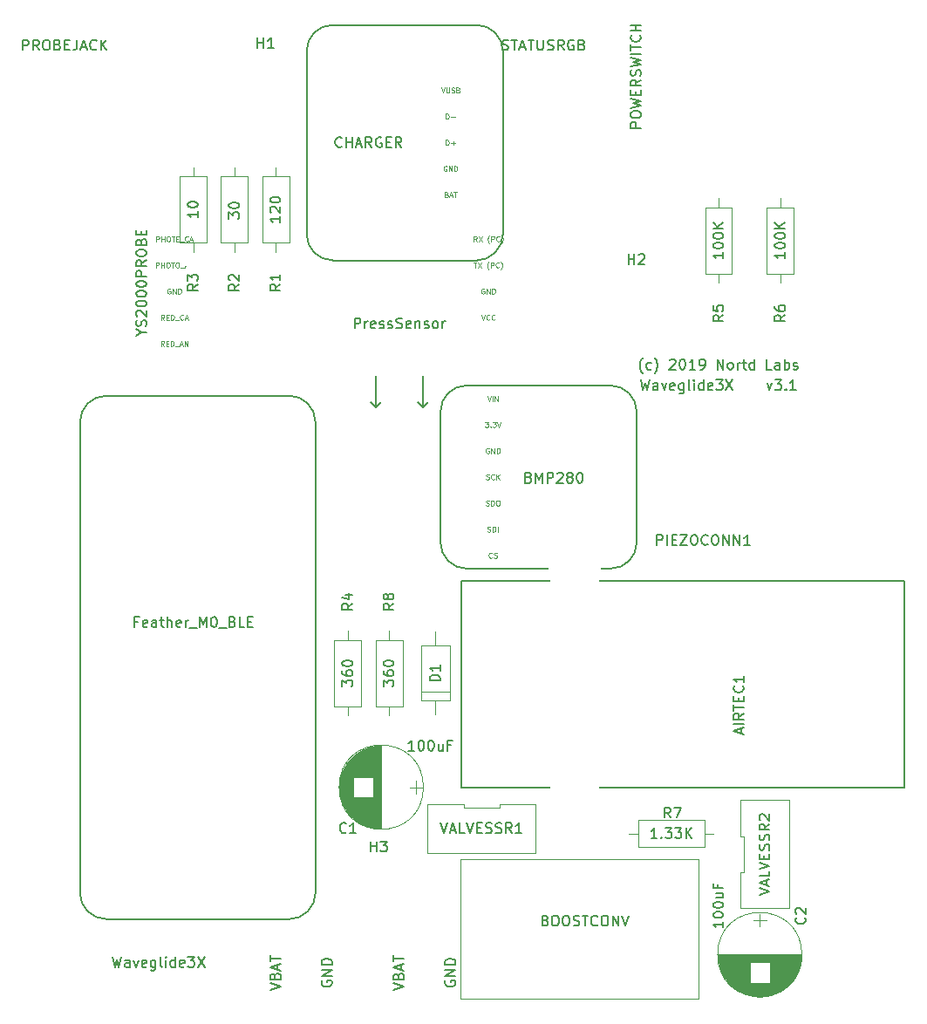
<source format=gbr>
G04 #@! TF.GenerationSoftware,KiCad,Pcbnew,5.1.4-e60b266~84~ubuntu18.04.1*
G04 #@! TF.CreationDate,2019-11-04T15:24:46+01:00*
G04 #@! TF.ProjectId,WaveGlide3X,57617665-476c-4696-9465-33582e6b6963,rev?*
G04 #@! TF.SameCoordinates,Original*
G04 #@! TF.FileFunction,Legend,Top*
G04 #@! TF.FilePolarity,Positive*
%FSLAX46Y46*%
G04 Gerber Fmt 4.6, Leading zero omitted, Abs format (unit mm)*
G04 Created by KiCad (PCBNEW 5.1.4-e60b266~84~ubuntu18.04.1) date 2019-11-04 15:24:46*
%MOMM*%
%LPD*%
G04 APERTURE LIST*
%ADD10C,0.150000*%
%ADD11C,0.120000*%
%ADD12C,0.076200*%
%ADD13C,0.125000*%
%ADD14C,5.102000*%
%ADD15O,1.302000X2.102000*%
%ADD16C,1.702000*%
%ADD17O,1.702000X1.702000*%
%ADD18R,2.642000X5.182000*%
%ADD19C,6.502000*%
%ADD20C,0.902000*%
%ADD21C,1.880000*%
%ADD22C,2.896000*%
%ADD23C,1.802000*%
%ADD24R,1.702000X1.702000*%
%ADD25O,1.902000X1.902000*%
%ADD26R,1.902000X1.902000*%
%ADD27C,2.502000*%
%ADD28C,2.302000*%
%ADD29C,4.902000*%
%ADD30C,2.102000*%
%ADD31O,1.102000X2.102000*%
%ADD32O,2.102000X1.302000*%
G04 APERTURE END LIST*
D10*
X53142857Y-150452380D02*
X53380952Y-151452380D01*
X53571428Y-150738095D01*
X53761904Y-151452380D01*
X54000000Y-150452380D01*
X54809523Y-151452380D02*
X54809523Y-150928571D01*
X54761904Y-150833333D01*
X54666666Y-150785714D01*
X54476190Y-150785714D01*
X54380952Y-150833333D01*
X54809523Y-151404761D02*
X54714285Y-151452380D01*
X54476190Y-151452380D01*
X54380952Y-151404761D01*
X54333333Y-151309523D01*
X54333333Y-151214285D01*
X54380952Y-151119047D01*
X54476190Y-151071428D01*
X54714285Y-151071428D01*
X54809523Y-151023809D01*
X55190476Y-150785714D02*
X55428571Y-151452380D01*
X55666666Y-150785714D01*
X56428571Y-151404761D02*
X56333333Y-151452380D01*
X56142857Y-151452380D01*
X56047619Y-151404761D01*
X56000000Y-151309523D01*
X56000000Y-150928571D01*
X56047619Y-150833333D01*
X56142857Y-150785714D01*
X56333333Y-150785714D01*
X56428571Y-150833333D01*
X56476190Y-150928571D01*
X56476190Y-151023809D01*
X56000000Y-151119047D01*
X57333333Y-150785714D02*
X57333333Y-151595238D01*
X57285714Y-151690476D01*
X57238095Y-151738095D01*
X57142857Y-151785714D01*
X57000000Y-151785714D01*
X56904761Y-151738095D01*
X57333333Y-151404761D02*
X57238095Y-151452380D01*
X57047619Y-151452380D01*
X56952380Y-151404761D01*
X56904761Y-151357142D01*
X56857142Y-151261904D01*
X56857142Y-150976190D01*
X56904761Y-150880952D01*
X56952380Y-150833333D01*
X57047619Y-150785714D01*
X57238095Y-150785714D01*
X57333333Y-150833333D01*
X57952380Y-151452380D02*
X57857142Y-151404761D01*
X57809523Y-151309523D01*
X57809523Y-150452380D01*
X58333333Y-151452380D02*
X58333333Y-150785714D01*
X58333333Y-150452380D02*
X58285714Y-150500000D01*
X58333333Y-150547619D01*
X58380952Y-150500000D01*
X58333333Y-150452380D01*
X58333333Y-150547619D01*
X59238095Y-151452380D02*
X59238095Y-150452380D01*
X59238095Y-151404761D02*
X59142857Y-151452380D01*
X58952380Y-151452380D01*
X58857142Y-151404761D01*
X58809523Y-151357142D01*
X58761904Y-151261904D01*
X58761904Y-150976190D01*
X58809523Y-150880952D01*
X58857142Y-150833333D01*
X58952380Y-150785714D01*
X59142857Y-150785714D01*
X59238095Y-150833333D01*
X60095238Y-151404761D02*
X60000000Y-151452380D01*
X59809523Y-151452380D01*
X59714285Y-151404761D01*
X59666666Y-151309523D01*
X59666666Y-150928571D01*
X59714285Y-150833333D01*
X59809523Y-150785714D01*
X60000000Y-150785714D01*
X60095238Y-150833333D01*
X60142857Y-150928571D01*
X60142857Y-151023809D01*
X59666666Y-151119047D01*
X60476190Y-150452380D02*
X61095238Y-150452380D01*
X60761904Y-150833333D01*
X60904761Y-150833333D01*
X61000000Y-150880952D01*
X61047619Y-150928571D01*
X61095238Y-151023809D01*
X61095238Y-151261904D01*
X61047619Y-151357142D01*
X61000000Y-151404761D01*
X60904761Y-151452380D01*
X60619047Y-151452380D01*
X60523809Y-151404761D01*
X60476190Y-151357142D01*
X61428571Y-150452380D02*
X62095238Y-151452380D01*
X62095238Y-150452380D02*
X61428571Y-151452380D01*
X104642857Y-93833333D02*
X104595238Y-93785714D01*
X104500000Y-93642857D01*
X104452380Y-93547619D01*
X104404761Y-93404761D01*
X104357142Y-93166666D01*
X104357142Y-92976190D01*
X104404761Y-92738095D01*
X104452380Y-92595238D01*
X104500000Y-92500000D01*
X104595238Y-92357142D01*
X104642857Y-92309523D01*
X105452380Y-93404761D02*
X105357142Y-93452380D01*
X105166666Y-93452380D01*
X105071428Y-93404761D01*
X105023809Y-93357142D01*
X104976190Y-93261904D01*
X104976190Y-92976190D01*
X105023809Y-92880952D01*
X105071428Y-92833333D01*
X105166666Y-92785714D01*
X105357142Y-92785714D01*
X105452380Y-92833333D01*
X105785714Y-93833333D02*
X105833333Y-93785714D01*
X105928571Y-93642857D01*
X105976190Y-93547619D01*
X106023809Y-93404761D01*
X106071428Y-93166666D01*
X106071428Y-92976190D01*
X106023809Y-92738095D01*
X105976190Y-92595238D01*
X105928571Y-92500000D01*
X105833333Y-92357142D01*
X105785714Y-92309523D01*
X107261904Y-92547619D02*
X107309523Y-92500000D01*
X107404761Y-92452380D01*
X107642857Y-92452380D01*
X107738095Y-92500000D01*
X107785714Y-92547619D01*
X107833333Y-92642857D01*
X107833333Y-92738095D01*
X107785714Y-92880952D01*
X107214285Y-93452380D01*
X107833333Y-93452380D01*
X108452380Y-92452380D02*
X108547619Y-92452380D01*
X108642857Y-92500000D01*
X108690476Y-92547619D01*
X108738095Y-92642857D01*
X108785714Y-92833333D01*
X108785714Y-93071428D01*
X108738095Y-93261904D01*
X108690476Y-93357142D01*
X108642857Y-93404761D01*
X108547619Y-93452380D01*
X108452380Y-93452380D01*
X108357142Y-93404761D01*
X108309523Y-93357142D01*
X108261904Y-93261904D01*
X108214285Y-93071428D01*
X108214285Y-92833333D01*
X108261904Y-92642857D01*
X108309523Y-92547619D01*
X108357142Y-92500000D01*
X108452380Y-92452380D01*
X109738095Y-93452380D02*
X109166666Y-93452380D01*
X109452380Y-93452380D02*
X109452380Y-92452380D01*
X109357142Y-92595238D01*
X109261904Y-92690476D01*
X109166666Y-92738095D01*
X110214285Y-93452380D02*
X110404761Y-93452380D01*
X110500000Y-93404761D01*
X110547619Y-93357142D01*
X110642857Y-93214285D01*
X110690476Y-93023809D01*
X110690476Y-92642857D01*
X110642857Y-92547619D01*
X110595238Y-92500000D01*
X110500000Y-92452380D01*
X110309523Y-92452380D01*
X110214285Y-92500000D01*
X110166666Y-92547619D01*
X110119047Y-92642857D01*
X110119047Y-92880952D01*
X110166666Y-92976190D01*
X110214285Y-93023809D01*
X110309523Y-93071428D01*
X110500000Y-93071428D01*
X110595238Y-93023809D01*
X110642857Y-92976190D01*
X110690476Y-92880952D01*
X111880952Y-93452380D02*
X111880952Y-92452380D01*
X112452380Y-93452380D01*
X112452380Y-92452380D01*
X113071428Y-93452380D02*
X112976190Y-93404761D01*
X112928571Y-93357142D01*
X112880952Y-93261904D01*
X112880952Y-92976190D01*
X112928571Y-92880952D01*
X112976190Y-92833333D01*
X113071428Y-92785714D01*
X113214285Y-92785714D01*
X113309523Y-92833333D01*
X113357142Y-92880952D01*
X113404761Y-92976190D01*
X113404761Y-93261904D01*
X113357142Y-93357142D01*
X113309523Y-93404761D01*
X113214285Y-93452380D01*
X113071428Y-93452380D01*
X113833333Y-93452380D02*
X113833333Y-92785714D01*
X113833333Y-92976190D02*
X113880952Y-92880952D01*
X113928571Y-92833333D01*
X114023809Y-92785714D01*
X114119047Y-92785714D01*
X114309523Y-92785714D02*
X114690476Y-92785714D01*
X114452380Y-92452380D02*
X114452380Y-93309523D01*
X114500000Y-93404761D01*
X114595238Y-93452380D01*
X114690476Y-93452380D01*
X115452380Y-93452380D02*
X115452380Y-92452380D01*
X115452380Y-93404761D02*
X115357142Y-93452380D01*
X115166666Y-93452380D01*
X115071428Y-93404761D01*
X115023809Y-93357142D01*
X114976190Y-93261904D01*
X114976190Y-92976190D01*
X115023809Y-92880952D01*
X115071428Y-92833333D01*
X115166666Y-92785714D01*
X115357142Y-92785714D01*
X115452380Y-92833333D01*
X117166666Y-93452380D02*
X116690476Y-93452380D01*
X116690476Y-92452380D01*
X117928571Y-93452380D02*
X117928571Y-92928571D01*
X117880952Y-92833333D01*
X117785714Y-92785714D01*
X117595238Y-92785714D01*
X117500000Y-92833333D01*
X117928571Y-93404761D02*
X117833333Y-93452380D01*
X117595238Y-93452380D01*
X117500000Y-93404761D01*
X117452380Y-93309523D01*
X117452380Y-93214285D01*
X117500000Y-93119047D01*
X117595238Y-93071428D01*
X117833333Y-93071428D01*
X117928571Y-93023809D01*
X118404761Y-93452380D02*
X118404761Y-92452380D01*
X118404761Y-92833333D02*
X118500000Y-92785714D01*
X118690476Y-92785714D01*
X118785714Y-92833333D01*
X118833333Y-92880952D01*
X118880952Y-92976190D01*
X118880952Y-93261904D01*
X118833333Y-93357142D01*
X118785714Y-93404761D01*
X118690476Y-93452380D01*
X118500000Y-93452380D01*
X118404761Y-93404761D01*
X119261904Y-93404761D02*
X119357142Y-93452380D01*
X119547619Y-93452380D01*
X119642857Y-93404761D01*
X119690476Y-93309523D01*
X119690476Y-93261904D01*
X119642857Y-93166666D01*
X119547619Y-93119047D01*
X119404761Y-93119047D01*
X119309523Y-93071428D01*
X119261904Y-92976190D01*
X119261904Y-92928571D01*
X119309523Y-92833333D01*
X119404761Y-92785714D01*
X119547619Y-92785714D01*
X119642857Y-92833333D01*
X104428571Y-94452380D02*
X104666666Y-95452380D01*
X104857142Y-94738095D01*
X105047619Y-95452380D01*
X105285714Y-94452380D01*
X106095238Y-95452380D02*
X106095238Y-94928571D01*
X106047619Y-94833333D01*
X105952380Y-94785714D01*
X105761904Y-94785714D01*
X105666666Y-94833333D01*
X106095238Y-95404761D02*
X106000000Y-95452380D01*
X105761904Y-95452380D01*
X105666666Y-95404761D01*
X105619047Y-95309523D01*
X105619047Y-95214285D01*
X105666666Y-95119047D01*
X105761904Y-95071428D01*
X106000000Y-95071428D01*
X106095238Y-95023809D01*
X106476190Y-94785714D02*
X106714285Y-95452380D01*
X106952380Y-94785714D01*
X107714285Y-95404761D02*
X107619047Y-95452380D01*
X107428571Y-95452380D01*
X107333333Y-95404761D01*
X107285714Y-95309523D01*
X107285714Y-94928571D01*
X107333333Y-94833333D01*
X107428571Y-94785714D01*
X107619047Y-94785714D01*
X107714285Y-94833333D01*
X107761904Y-94928571D01*
X107761904Y-95023809D01*
X107285714Y-95119047D01*
X108619047Y-94785714D02*
X108619047Y-95595238D01*
X108571428Y-95690476D01*
X108523809Y-95738095D01*
X108428571Y-95785714D01*
X108285714Y-95785714D01*
X108190476Y-95738095D01*
X108619047Y-95404761D02*
X108523809Y-95452380D01*
X108333333Y-95452380D01*
X108238095Y-95404761D01*
X108190476Y-95357142D01*
X108142857Y-95261904D01*
X108142857Y-94976190D01*
X108190476Y-94880952D01*
X108238095Y-94833333D01*
X108333333Y-94785714D01*
X108523809Y-94785714D01*
X108619047Y-94833333D01*
X109238095Y-95452380D02*
X109142857Y-95404761D01*
X109095238Y-95309523D01*
X109095238Y-94452380D01*
X109619047Y-95452380D02*
X109619047Y-94785714D01*
X109619047Y-94452380D02*
X109571428Y-94500000D01*
X109619047Y-94547619D01*
X109666666Y-94500000D01*
X109619047Y-94452380D01*
X109619047Y-94547619D01*
X110523809Y-95452380D02*
X110523809Y-94452380D01*
X110523809Y-95404761D02*
X110428571Y-95452380D01*
X110238095Y-95452380D01*
X110142857Y-95404761D01*
X110095238Y-95357142D01*
X110047619Y-95261904D01*
X110047619Y-94976190D01*
X110095238Y-94880952D01*
X110142857Y-94833333D01*
X110238095Y-94785714D01*
X110428571Y-94785714D01*
X110523809Y-94833333D01*
X111380952Y-95404761D02*
X111285714Y-95452380D01*
X111095238Y-95452380D01*
X111000000Y-95404761D01*
X110952380Y-95309523D01*
X110952380Y-94928571D01*
X111000000Y-94833333D01*
X111095238Y-94785714D01*
X111285714Y-94785714D01*
X111380952Y-94833333D01*
X111428571Y-94928571D01*
X111428571Y-95023809D01*
X110952380Y-95119047D01*
X111761904Y-94452380D02*
X112380952Y-94452380D01*
X112047619Y-94833333D01*
X112190476Y-94833333D01*
X112285714Y-94880952D01*
X112333333Y-94928571D01*
X112380952Y-95023809D01*
X112380952Y-95261904D01*
X112333333Y-95357142D01*
X112285714Y-95404761D01*
X112190476Y-95452380D01*
X111904761Y-95452380D01*
X111809523Y-95404761D01*
X111761904Y-95357142D01*
X112714285Y-94452380D02*
X113380952Y-95452380D01*
X113380952Y-94452380D02*
X112714285Y-95452380D01*
X116714285Y-94785714D02*
X116952380Y-95452380D01*
X117190476Y-94785714D01*
X117476190Y-94452380D02*
X118095238Y-94452380D01*
X117761904Y-94833333D01*
X117904761Y-94833333D01*
X118000000Y-94880952D01*
X118047619Y-94928571D01*
X118095238Y-95023809D01*
X118095238Y-95261904D01*
X118047619Y-95357142D01*
X118000000Y-95404761D01*
X117904761Y-95452380D01*
X117619047Y-95452380D01*
X117523809Y-95404761D01*
X117476190Y-95357142D01*
X118523809Y-95357142D02*
X118571428Y-95404761D01*
X118523809Y-95452380D01*
X118476190Y-95404761D01*
X118523809Y-95357142D01*
X118523809Y-95452380D01*
X119523809Y-95452380D02*
X118952380Y-95452380D01*
X119238095Y-95452380D02*
X119238095Y-94452380D01*
X119142857Y-94595238D01*
X119047619Y-94690476D01*
X118952380Y-94738095D01*
X130000000Y-114000000D02*
X130000000Y-134000000D01*
X87000000Y-114000000D02*
X130000000Y-114000000D01*
X87000000Y-134000000D02*
X87000000Y-114000000D01*
X130000000Y-134000000D02*
X87000000Y-134000000D01*
D11*
X114130000Y-142253333D02*
X114130000Y-145760000D01*
X114490000Y-142253333D02*
X114130000Y-142253333D01*
X114490000Y-138746667D02*
X114490000Y-142253333D01*
X114130000Y-138746667D02*
X114490000Y-138746667D01*
X114130001Y-135240000D02*
X114130000Y-138746667D01*
X118870000Y-135240000D02*
X114130001Y-135240000D01*
X118869999Y-145760000D02*
X118870000Y-135240000D01*
X114130000Y-145760000D02*
X118869999Y-145760000D01*
X78690000Y-126130000D02*
X81310000Y-126130000D01*
X81310000Y-126130000D02*
X81310000Y-119710000D01*
X81310000Y-119710000D02*
X78690000Y-119710000D01*
X78690000Y-119710000D02*
X78690000Y-126130000D01*
X80000000Y-127020000D02*
X80000000Y-126130000D01*
X80000000Y-118820000D02*
X80000000Y-119710000D01*
D10*
X83286000Y-97128000D02*
X83794000Y-96620000D01*
X82778000Y-96620000D02*
X83286000Y-97128000D01*
X83286000Y-97128000D02*
X82778000Y-96620000D01*
X83286000Y-94080000D02*
X83286000Y-97128000D01*
X78714000Y-97128000D02*
X79222000Y-96620000D01*
X78714000Y-97128000D02*
X78206000Y-96620000D01*
X78714000Y-94080000D02*
X78714000Y-97128000D01*
D11*
X86968000Y-154557000D02*
X86968000Y-140968000D01*
X110082000Y-154557000D02*
X86968000Y-154557000D01*
X110082000Y-140968000D02*
X110082000Y-154557000D01*
X86968000Y-140968000D02*
X110082000Y-140968000D01*
D10*
X72860000Y-144260000D02*
X72860000Y-98540000D01*
X52540000Y-146800000D02*
X70320000Y-146800000D01*
X50000000Y-98540000D02*
X50000000Y-144260000D01*
X70320000Y-96000000D02*
X52540000Y-96000000D01*
X72860000Y-144260000D02*
G75*
G02X70320000Y-146800000I-2540000J0D01*
G01*
X52540000Y-146800000D02*
G75*
G02X50000000Y-144260000I0J2540000D01*
G01*
X50000000Y-98540000D02*
G75*
G02X52540000Y-96000000I2540000J0D01*
G01*
X70320000Y-96000000D02*
G75*
G02X72860000Y-98540000I0J-2540000D01*
G01*
X88510000Y-60000000D02*
X74540000Y-60000000D01*
X91050000Y-80320000D02*
X91050000Y-62540000D01*
X74540000Y-82860000D02*
X88510000Y-82860000D01*
X72000000Y-62540000D02*
X72000000Y-80320000D01*
X88510000Y-60000000D02*
G75*
G02X91050000Y-62540000I0J-2540000D01*
G01*
X91050000Y-80320000D02*
G75*
G02X88510000Y-82860000I-2540000J0D01*
G01*
X74540000Y-82860000D02*
G75*
G02X72000000Y-80320000I0J2540000D01*
G01*
X72000000Y-62540000D02*
G75*
G02X74540000Y-60000000I2540000J0D01*
G01*
X101510000Y-95000000D02*
X87540000Y-95000000D01*
X104050000Y-110240000D02*
X104050000Y-97540000D01*
X87540000Y-112780000D02*
X101510000Y-112780000D01*
X85000000Y-97540000D02*
X85000000Y-110240000D01*
X101510000Y-95000000D02*
G75*
G02X104050000Y-97540000I0J-2540000D01*
G01*
X104050000Y-110240000D02*
G75*
G02X101510000Y-112780000I-2540000J0D01*
G01*
X87540000Y-112780000D02*
G75*
G02X85000000Y-110240000I0J2540000D01*
G01*
X85000000Y-97540000D02*
G75*
G02X87540000Y-95000000I2540000J0D01*
G01*
D11*
X82600000Y-134650000D02*
X82600000Y-133350000D01*
X83200000Y-134000000D02*
X82000000Y-134000000D01*
X75169000Y-134246000D02*
X75169000Y-133754000D01*
X75209000Y-134598000D02*
X75209000Y-133402000D01*
X75249000Y-134814000D02*
X75249000Y-133186000D01*
X75289000Y-134983000D02*
X75289000Y-133017000D01*
X75329000Y-135127000D02*
X75329000Y-132873000D01*
X75369000Y-135254000D02*
X75369000Y-132746000D01*
X75409000Y-135369000D02*
X75409000Y-132631000D01*
X75449000Y-135473000D02*
X75449000Y-132527000D01*
X75489000Y-135570000D02*
X75489000Y-132430000D01*
X75529000Y-135660000D02*
X75529000Y-132340000D01*
X75569000Y-135745000D02*
X75569000Y-132255000D01*
X75609000Y-135826000D02*
X75609000Y-132174000D01*
X75649000Y-135902000D02*
X75649000Y-132098000D01*
X75689000Y-135974000D02*
X75689000Y-132026000D01*
X75729000Y-136043000D02*
X75729000Y-131957000D01*
X75769000Y-136109000D02*
X75769000Y-131891000D01*
X75809000Y-136173000D02*
X75809000Y-131827000D01*
X75849000Y-136234000D02*
X75849000Y-131766000D01*
X75889000Y-136293000D02*
X75889000Y-131707000D01*
X75929000Y-136349000D02*
X75929000Y-131651000D01*
X75969000Y-136404000D02*
X75969000Y-131596000D01*
X76009000Y-136457000D02*
X76009000Y-131543000D01*
X76049000Y-136508000D02*
X76049000Y-131492000D01*
X76089000Y-136557000D02*
X76089000Y-131443000D01*
X76129000Y-136605000D02*
X76129000Y-131395000D01*
X76169000Y-136652000D02*
X76169000Y-131348000D01*
X76209000Y-136697000D02*
X76209000Y-131303000D01*
X76249000Y-136740000D02*
X76249000Y-131260000D01*
X76289000Y-136783000D02*
X76289000Y-131217000D01*
X76329000Y-136824000D02*
X76329000Y-131176000D01*
X76369000Y-136865000D02*
X76369000Y-131135000D01*
X76409000Y-136904000D02*
X76409000Y-131096000D01*
X76449000Y-136942000D02*
X76449000Y-131058000D01*
X76489000Y-136979000D02*
X76489000Y-131021000D01*
X76529000Y-133020000D02*
X76529000Y-130985000D01*
X76529000Y-137015000D02*
X76529000Y-134980000D01*
X76569000Y-133020000D02*
X76569000Y-130950000D01*
X76569000Y-137050000D02*
X76569000Y-134980000D01*
X76609000Y-133020000D02*
X76609000Y-130916000D01*
X76609000Y-137084000D02*
X76609000Y-134980000D01*
X76649000Y-133020000D02*
X76649000Y-130882000D01*
X76649000Y-137118000D02*
X76649000Y-134980000D01*
X76689000Y-133020000D02*
X76689000Y-130850000D01*
X76689000Y-137150000D02*
X76689000Y-134980000D01*
X76729000Y-133020000D02*
X76729000Y-130818000D01*
X76729000Y-137182000D02*
X76729000Y-134980000D01*
X76769000Y-133020000D02*
X76769000Y-130787000D01*
X76769000Y-137213000D02*
X76769000Y-134980000D01*
X76809000Y-133020000D02*
X76809000Y-130757000D01*
X76809000Y-137243000D02*
X76809000Y-134980000D01*
X76849000Y-133020000D02*
X76849000Y-130728000D01*
X76849000Y-137272000D02*
X76849000Y-134980000D01*
X76889000Y-133020000D02*
X76889000Y-130699000D01*
X76889000Y-137301000D02*
X76889000Y-134980000D01*
X76929000Y-133020000D02*
X76929000Y-130671000D01*
X76929000Y-137329000D02*
X76929000Y-134980000D01*
X76969000Y-133020000D02*
X76969000Y-130644000D01*
X76969000Y-137356000D02*
X76969000Y-134980000D01*
X77009000Y-133020000D02*
X77009000Y-130617000D01*
X77009000Y-137383000D02*
X77009000Y-134980000D01*
X77049000Y-133020000D02*
X77049000Y-130592000D01*
X77049000Y-137408000D02*
X77049000Y-134980000D01*
X77089000Y-133020000D02*
X77089000Y-130566000D01*
X77089000Y-137434000D02*
X77089000Y-134980000D01*
X77129000Y-133020000D02*
X77129000Y-130542000D01*
X77129000Y-137458000D02*
X77129000Y-134980000D01*
X77169000Y-133020000D02*
X77169000Y-130518000D01*
X77169000Y-137482000D02*
X77169000Y-134980000D01*
X77209000Y-133020000D02*
X77209000Y-130495000D01*
X77209000Y-137505000D02*
X77209000Y-134980000D01*
X77249000Y-133020000D02*
X77249000Y-130472000D01*
X77249000Y-137528000D02*
X77249000Y-134980000D01*
X77289000Y-133020000D02*
X77289000Y-130450000D01*
X77289000Y-137550000D02*
X77289000Y-134980000D01*
X77329000Y-133020000D02*
X77329000Y-130428000D01*
X77329000Y-137572000D02*
X77329000Y-134980000D01*
X77369000Y-133020000D02*
X77369000Y-130407000D01*
X77369000Y-137593000D02*
X77369000Y-134980000D01*
X77409000Y-133020000D02*
X77409000Y-130387000D01*
X77409000Y-137613000D02*
X77409000Y-134980000D01*
X77449000Y-133020000D02*
X77449000Y-130367000D01*
X77449000Y-137633000D02*
X77449000Y-134980000D01*
X77489000Y-133020000D02*
X77489000Y-130348000D01*
X77489000Y-137652000D02*
X77489000Y-134980000D01*
X77529000Y-133020000D02*
X77529000Y-130329000D01*
X77529000Y-137671000D02*
X77529000Y-134980000D01*
X77569000Y-133020000D02*
X77569000Y-130310000D01*
X77569000Y-137690000D02*
X77569000Y-134980000D01*
X77609000Y-133020000D02*
X77609000Y-130293000D01*
X77609000Y-137707000D02*
X77609000Y-134980000D01*
X77649000Y-133020000D02*
X77649000Y-130275000D01*
X77649000Y-137725000D02*
X77649000Y-134980000D01*
X77689000Y-133020000D02*
X77689000Y-130259000D01*
X77689000Y-137741000D02*
X77689000Y-134980000D01*
X77729000Y-133020000D02*
X77729000Y-130242000D01*
X77729000Y-137758000D02*
X77729000Y-134980000D01*
X77769000Y-133020000D02*
X77769000Y-130227000D01*
X77769000Y-137773000D02*
X77769000Y-134980000D01*
X77809000Y-133020000D02*
X77809000Y-130211000D01*
X77809000Y-137789000D02*
X77809000Y-134980000D01*
X77849000Y-133020000D02*
X77849000Y-130197000D01*
X77849000Y-137803000D02*
X77849000Y-134980000D01*
X77889000Y-133020000D02*
X77889000Y-130182000D01*
X77889000Y-137818000D02*
X77889000Y-134980000D01*
X77929000Y-133020000D02*
X77929000Y-130168000D01*
X77929000Y-137832000D02*
X77929000Y-134980000D01*
X77969000Y-133020000D02*
X77969000Y-130155000D01*
X77969000Y-137845000D02*
X77969000Y-134980000D01*
X78009000Y-133020000D02*
X78009000Y-130142000D01*
X78009000Y-137858000D02*
X78009000Y-134980000D01*
X78049000Y-133020000D02*
X78049000Y-130130000D01*
X78049000Y-137870000D02*
X78049000Y-134980000D01*
X78089000Y-133020000D02*
X78089000Y-130117000D01*
X78089000Y-137883000D02*
X78089000Y-134980000D01*
X78129000Y-133020000D02*
X78129000Y-130106000D01*
X78129000Y-137894000D02*
X78129000Y-134980000D01*
X78169000Y-133020000D02*
X78169000Y-130095000D01*
X78169000Y-137905000D02*
X78169000Y-134980000D01*
X78209000Y-133020000D02*
X78209000Y-130084000D01*
X78209000Y-137916000D02*
X78209000Y-134980000D01*
X78249000Y-133020000D02*
X78249000Y-130074000D01*
X78249000Y-137926000D02*
X78249000Y-134980000D01*
X78289000Y-133020000D02*
X78289000Y-130064000D01*
X78289000Y-137936000D02*
X78289000Y-134980000D01*
X78329000Y-133020000D02*
X78329000Y-130054000D01*
X78329000Y-137946000D02*
X78329000Y-134980000D01*
X78369000Y-133020000D02*
X78369000Y-130045000D01*
X78369000Y-137955000D02*
X78369000Y-134980000D01*
X78409000Y-133020000D02*
X78409000Y-130037000D01*
X78409000Y-137963000D02*
X78409000Y-134980000D01*
X78449000Y-133020000D02*
X78449000Y-130029000D01*
X78449000Y-137971000D02*
X78449000Y-134980000D01*
X78489000Y-137979000D02*
X78489000Y-130021000D01*
X78529000Y-137987000D02*
X78529000Y-130013000D01*
X78570000Y-137994000D02*
X78570000Y-130006000D01*
X78610000Y-138000000D02*
X78610000Y-130000000D01*
X78650000Y-138006000D02*
X78650000Y-129994000D01*
X78690000Y-138012000D02*
X78690000Y-129988000D01*
X78730000Y-138017000D02*
X78730000Y-129983000D01*
X78770000Y-138022000D02*
X78770000Y-129978000D01*
X78810000Y-138027000D02*
X78810000Y-129973000D01*
X78850000Y-138031000D02*
X78850000Y-129969000D01*
X78890000Y-138035000D02*
X78890000Y-129965000D01*
X78930000Y-138038000D02*
X78930000Y-129962000D01*
X78970000Y-138041000D02*
X78970000Y-129959000D01*
X79010000Y-138043000D02*
X79010000Y-129957000D01*
X79050000Y-138046000D02*
X79050000Y-129954000D01*
X79090000Y-138047000D02*
X79090000Y-129953000D01*
X79130000Y-138049000D02*
X79130000Y-129951000D01*
X79170000Y-138050000D02*
X79170000Y-129950000D01*
X79210000Y-138050000D02*
X79210000Y-129950000D01*
X79250000Y-138050000D02*
X79250000Y-129950000D01*
X83340000Y-134000000D02*
G75*
G03X83340000Y-134000000I-4090000J0D01*
G01*
X120090000Y-150250000D02*
G75*
G03X120090000Y-150250000I-4090000J0D01*
G01*
X120050000Y-150250000D02*
X111950000Y-150250000D01*
X120050000Y-150290000D02*
X111950000Y-150290000D01*
X120050000Y-150330000D02*
X111950000Y-150330000D01*
X120049000Y-150370000D02*
X111951000Y-150370000D01*
X120047000Y-150410000D02*
X111953000Y-150410000D01*
X120046000Y-150450000D02*
X111954000Y-150450000D01*
X120043000Y-150490000D02*
X111957000Y-150490000D01*
X120041000Y-150530000D02*
X111959000Y-150530000D01*
X120038000Y-150570000D02*
X111962000Y-150570000D01*
X120035000Y-150610000D02*
X111965000Y-150610000D01*
X120031000Y-150650000D02*
X111969000Y-150650000D01*
X120027000Y-150690000D02*
X111973000Y-150690000D01*
X120022000Y-150730000D02*
X111978000Y-150730000D01*
X120017000Y-150770000D02*
X111983000Y-150770000D01*
X120012000Y-150810000D02*
X111988000Y-150810000D01*
X120006000Y-150850000D02*
X111994000Y-150850000D01*
X120000000Y-150890000D02*
X112000000Y-150890000D01*
X119994000Y-150930000D02*
X112006000Y-150930000D01*
X119987000Y-150971000D02*
X112013000Y-150971000D01*
X119979000Y-151011000D02*
X112021000Y-151011000D01*
X119971000Y-151051000D02*
X116980000Y-151051000D01*
X115020000Y-151051000D02*
X112029000Y-151051000D01*
X119963000Y-151091000D02*
X116980000Y-151091000D01*
X115020000Y-151091000D02*
X112037000Y-151091000D01*
X119955000Y-151131000D02*
X116980000Y-151131000D01*
X115020000Y-151131000D02*
X112045000Y-151131000D01*
X119946000Y-151171000D02*
X116980000Y-151171000D01*
X115020000Y-151171000D02*
X112054000Y-151171000D01*
X119936000Y-151211000D02*
X116980000Y-151211000D01*
X115020000Y-151211000D02*
X112064000Y-151211000D01*
X119926000Y-151251000D02*
X116980000Y-151251000D01*
X115020000Y-151251000D02*
X112074000Y-151251000D01*
X119916000Y-151291000D02*
X116980000Y-151291000D01*
X115020000Y-151291000D02*
X112084000Y-151291000D01*
X119905000Y-151331000D02*
X116980000Y-151331000D01*
X115020000Y-151331000D02*
X112095000Y-151331000D01*
X119894000Y-151371000D02*
X116980000Y-151371000D01*
X115020000Y-151371000D02*
X112106000Y-151371000D01*
X119883000Y-151411000D02*
X116980000Y-151411000D01*
X115020000Y-151411000D02*
X112117000Y-151411000D01*
X119870000Y-151451000D02*
X116980000Y-151451000D01*
X115020000Y-151451000D02*
X112130000Y-151451000D01*
X119858000Y-151491000D02*
X116980000Y-151491000D01*
X115020000Y-151491000D02*
X112142000Y-151491000D01*
X119845000Y-151531000D02*
X116980000Y-151531000D01*
X115020000Y-151531000D02*
X112155000Y-151531000D01*
X119832000Y-151571000D02*
X116980000Y-151571000D01*
X115020000Y-151571000D02*
X112168000Y-151571000D01*
X119818000Y-151611000D02*
X116980000Y-151611000D01*
X115020000Y-151611000D02*
X112182000Y-151611000D01*
X119803000Y-151651000D02*
X116980000Y-151651000D01*
X115020000Y-151651000D02*
X112197000Y-151651000D01*
X119789000Y-151691000D02*
X116980000Y-151691000D01*
X115020000Y-151691000D02*
X112211000Y-151691000D01*
X119773000Y-151731000D02*
X116980000Y-151731000D01*
X115020000Y-151731000D02*
X112227000Y-151731000D01*
X119758000Y-151771000D02*
X116980000Y-151771000D01*
X115020000Y-151771000D02*
X112242000Y-151771000D01*
X119741000Y-151811000D02*
X116980000Y-151811000D01*
X115020000Y-151811000D02*
X112259000Y-151811000D01*
X119725000Y-151851000D02*
X116980000Y-151851000D01*
X115020000Y-151851000D02*
X112275000Y-151851000D01*
X119707000Y-151891000D02*
X116980000Y-151891000D01*
X115020000Y-151891000D02*
X112293000Y-151891000D01*
X119690000Y-151931000D02*
X116980000Y-151931000D01*
X115020000Y-151931000D02*
X112310000Y-151931000D01*
X119671000Y-151971000D02*
X116980000Y-151971000D01*
X115020000Y-151971000D02*
X112329000Y-151971000D01*
X119652000Y-152011000D02*
X116980000Y-152011000D01*
X115020000Y-152011000D02*
X112348000Y-152011000D01*
X119633000Y-152051000D02*
X116980000Y-152051000D01*
X115020000Y-152051000D02*
X112367000Y-152051000D01*
X119613000Y-152091000D02*
X116980000Y-152091000D01*
X115020000Y-152091000D02*
X112387000Y-152091000D01*
X119593000Y-152131000D02*
X116980000Y-152131000D01*
X115020000Y-152131000D02*
X112407000Y-152131000D01*
X119572000Y-152171000D02*
X116980000Y-152171000D01*
X115020000Y-152171000D02*
X112428000Y-152171000D01*
X119550000Y-152211000D02*
X116980000Y-152211000D01*
X115020000Y-152211000D02*
X112450000Y-152211000D01*
X119528000Y-152251000D02*
X116980000Y-152251000D01*
X115020000Y-152251000D02*
X112472000Y-152251000D01*
X119505000Y-152291000D02*
X116980000Y-152291000D01*
X115020000Y-152291000D02*
X112495000Y-152291000D01*
X119482000Y-152331000D02*
X116980000Y-152331000D01*
X115020000Y-152331000D02*
X112518000Y-152331000D01*
X119458000Y-152371000D02*
X116980000Y-152371000D01*
X115020000Y-152371000D02*
X112542000Y-152371000D01*
X119434000Y-152411000D02*
X116980000Y-152411000D01*
X115020000Y-152411000D02*
X112566000Y-152411000D01*
X119408000Y-152451000D02*
X116980000Y-152451000D01*
X115020000Y-152451000D02*
X112592000Y-152451000D01*
X119383000Y-152491000D02*
X116980000Y-152491000D01*
X115020000Y-152491000D02*
X112617000Y-152491000D01*
X119356000Y-152531000D02*
X116980000Y-152531000D01*
X115020000Y-152531000D02*
X112644000Y-152531000D01*
X119329000Y-152571000D02*
X116980000Y-152571000D01*
X115020000Y-152571000D02*
X112671000Y-152571000D01*
X119301000Y-152611000D02*
X116980000Y-152611000D01*
X115020000Y-152611000D02*
X112699000Y-152611000D01*
X119272000Y-152651000D02*
X116980000Y-152651000D01*
X115020000Y-152651000D02*
X112728000Y-152651000D01*
X119243000Y-152691000D02*
X116980000Y-152691000D01*
X115020000Y-152691000D02*
X112757000Y-152691000D01*
X119213000Y-152731000D02*
X116980000Y-152731000D01*
X115020000Y-152731000D02*
X112787000Y-152731000D01*
X119182000Y-152771000D02*
X116980000Y-152771000D01*
X115020000Y-152771000D02*
X112818000Y-152771000D01*
X119150000Y-152811000D02*
X116980000Y-152811000D01*
X115020000Y-152811000D02*
X112850000Y-152811000D01*
X119118000Y-152851000D02*
X116980000Y-152851000D01*
X115020000Y-152851000D02*
X112882000Y-152851000D01*
X119084000Y-152891000D02*
X116980000Y-152891000D01*
X115020000Y-152891000D02*
X112916000Y-152891000D01*
X119050000Y-152931000D02*
X116980000Y-152931000D01*
X115020000Y-152931000D02*
X112950000Y-152931000D01*
X119015000Y-152971000D02*
X116980000Y-152971000D01*
X115020000Y-152971000D02*
X112985000Y-152971000D01*
X118979000Y-153011000D02*
X113021000Y-153011000D01*
X118942000Y-153051000D02*
X113058000Y-153051000D01*
X118904000Y-153091000D02*
X113096000Y-153091000D01*
X118865000Y-153131000D02*
X113135000Y-153131000D01*
X118824000Y-153171000D02*
X113176000Y-153171000D01*
X118783000Y-153211000D02*
X113217000Y-153211000D01*
X118740000Y-153251000D02*
X113260000Y-153251000D01*
X118697000Y-153291000D02*
X113303000Y-153291000D01*
X118652000Y-153331000D02*
X113348000Y-153331000D01*
X118605000Y-153371000D02*
X113395000Y-153371000D01*
X118557000Y-153411000D02*
X113443000Y-153411000D01*
X118508000Y-153451000D02*
X113492000Y-153451000D01*
X118457000Y-153491000D02*
X113543000Y-153491000D01*
X118404000Y-153531000D02*
X113596000Y-153531000D01*
X118349000Y-153571000D02*
X113651000Y-153571000D01*
X118293000Y-153611000D02*
X113707000Y-153611000D01*
X118234000Y-153651000D02*
X113766000Y-153651000D01*
X118173000Y-153691000D02*
X113827000Y-153691000D01*
X118109000Y-153731000D02*
X113891000Y-153731000D01*
X118043000Y-153771000D02*
X113957000Y-153771000D01*
X117974000Y-153811000D02*
X114026000Y-153811000D01*
X117902000Y-153851000D02*
X114098000Y-153851000D01*
X117826000Y-153891000D02*
X114174000Y-153891000D01*
X117745000Y-153931000D02*
X114255000Y-153931000D01*
X117660000Y-153971000D02*
X114340000Y-153971000D01*
X117570000Y-154011000D02*
X114430000Y-154011000D01*
X117473000Y-154051000D02*
X114527000Y-154051000D01*
X117369000Y-154091000D02*
X114631000Y-154091000D01*
X117254000Y-154131000D02*
X114746000Y-154131000D01*
X117127000Y-154171000D02*
X114873000Y-154171000D01*
X116983000Y-154211000D02*
X115017000Y-154211000D01*
X116814000Y-154251000D02*
X115186000Y-154251000D01*
X116598000Y-154291000D02*
X115402000Y-154291000D01*
X116246000Y-154331000D02*
X115754000Y-154331000D01*
X116000000Y-146300000D02*
X116000000Y-147500000D01*
X116650000Y-146900000D02*
X115350000Y-146900000D01*
X83090000Y-124740000D02*
X85910000Y-124740000D01*
X84500000Y-118920000D02*
X84500000Y-120260000D01*
X84500000Y-126920000D02*
X84500000Y-125580000D01*
X83090000Y-120260000D02*
X83090000Y-125580000D01*
X85910000Y-120260000D02*
X83090000Y-120260000D01*
X85910000Y-125580000D02*
X85910000Y-120260000D01*
X83090000Y-125580000D02*
X85910000Y-125580000D01*
X67690000Y-81130000D02*
X70310000Y-81130000D01*
X70310000Y-81130000D02*
X70310000Y-74710000D01*
X70310000Y-74710000D02*
X67690000Y-74710000D01*
X67690000Y-74710000D02*
X67690000Y-81130000D01*
X69000000Y-82020000D02*
X69000000Y-81130000D01*
X69000000Y-73820000D02*
X69000000Y-74710000D01*
X65000000Y-73820000D02*
X65000000Y-74710000D01*
X65000000Y-82020000D02*
X65000000Y-81130000D01*
X63690000Y-74710000D02*
X63690000Y-81130000D01*
X66310000Y-74710000D02*
X63690000Y-74710000D01*
X66310000Y-81130000D02*
X66310000Y-74710000D01*
X63690000Y-81130000D02*
X66310000Y-81130000D01*
X59690000Y-81130000D02*
X62310000Y-81130000D01*
X62310000Y-81130000D02*
X62310000Y-74710000D01*
X62310000Y-74710000D02*
X59690000Y-74710000D01*
X59690000Y-74710000D02*
X59690000Y-81130000D01*
X61000000Y-82020000D02*
X61000000Y-81130000D01*
X61000000Y-73820000D02*
X61000000Y-74710000D01*
X76000000Y-118820000D02*
X76000000Y-119710000D01*
X76000000Y-127020000D02*
X76000000Y-126130000D01*
X74690000Y-119710000D02*
X74690000Y-126130000D01*
X77310000Y-119710000D02*
X74690000Y-119710000D01*
X77310000Y-126130000D02*
X77310000Y-119710000D01*
X74690000Y-126130000D02*
X77310000Y-126130000D01*
X112000000Y-76820000D02*
X112000000Y-77710000D01*
X112000000Y-85020000D02*
X112000000Y-84130000D01*
X110690000Y-77710000D02*
X110690000Y-84130000D01*
X113310000Y-77710000D02*
X110690000Y-77710000D01*
X113310000Y-84130000D02*
X113310000Y-77710000D01*
X110690000Y-84130000D02*
X113310000Y-84130000D01*
X116690000Y-84130000D02*
X119310000Y-84130000D01*
X119310000Y-84130000D02*
X119310000Y-77710000D01*
X119310000Y-77710000D02*
X116690000Y-77710000D01*
X116690000Y-77710000D02*
X116690000Y-84130000D01*
X118000000Y-85020000D02*
X118000000Y-84130000D01*
X118000000Y-76820000D02*
X118000000Y-77710000D01*
X103320000Y-138500000D02*
X104210000Y-138500000D01*
X111520000Y-138500000D02*
X110630000Y-138500000D01*
X104210000Y-139810000D02*
X110630000Y-139810000D01*
X104210000Y-137190000D02*
X104210000Y-139810000D01*
X110630000Y-137190000D02*
X104210000Y-137190000D01*
X110630000Y-139810000D02*
X110630000Y-137190000D01*
X83740000Y-135630000D02*
X83740000Y-140369999D01*
X83740000Y-140369999D02*
X94260000Y-140370000D01*
X94260000Y-140370000D02*
X94260000Y-135630001D01*
X94260000Y-135630001D02*
X90753333Y-135630000D01*
X90753333Y-135630000D02*
X90753333Y-135990000D01*
X90753333Y-135990000D02*
X87246667Y-135990000D01*
X87246667Y-135990000D02*
X87246667Y-135630000D01*
X87246667Y-135630000D02*
X83740000Y-135630000D01*
D10*
X114166666Y-128785714D02*
X114166666Y-128309523D01*
X114452380Y-128880952D02*
X113452380Y-128547619D01*
X114452380Y-128214285D01*
X114452380Y-127880952D02*
X113452380Y-127880952D01*
X114452380Y-126833333D02*
X113976190Y-127166666D01*
X114452380Y-127404761D02*
X113452380Y-127404761D01*
X113452380Y-127023809D01*
X113500000Y-126928571D01*
X113547619Y-126880952D01*
X113642857Y-126833333D01*
X113785714Y-126833333D01*
X113880952Y-126880952D01*
X113928571Y-126928571D01*
X113976190Y-127023809D01*
X113976190Y-127404761D01*
X113452380Y-126547619D02*
X113452380Y-125976190D01*
X114452380Y-126261904D02*
X113452380Y-126261904D01*
X113928571Y-125642857D02*
X113928571Y-125309523D01*
X114452380Y-125166666D02*
X114452380Y-125642857D01*
X113452380Y-125642857D01*
X113452380Y-125166666D01*
X114357142Y-124166666D02*
X114404761Y-124214285D01*
X114452380Y-124357142D01*
X114452380Y-124452380D01*
X114404761Y-124595238D01*
X114309523Y-124690476D01*
X114214285Y-124738095D01*
X114023809Y-124785714D01*
X113880952Y-124785714D01*
X113690476Y-124738095D01*
X113595238Y-124690476D01*
X113500000Y-124595238D01*
X113452380Y-124452380D01*
X113452380Y-124357142D01*
X113500000Y-124214285D01*
X113547619Y-124166666D01*
X114452380Y-123214285D02*
X114452380Y-123785714D01*
X114452380Y-123500000D02*
X113452380Y-123500000D01*
X113595238Y-123595238D01*
X113690476Y-123690476D01*
X113738095Y-123785714D01*
X115952380Y-144476190D02*
X116952380Y-144142857D01*
X115952380Y-143809523D01*
X116666666Y-143523809D02*
X116666666Y-143047619D01*
X116952380Y-143619047D02*
X115952380Y-143285714D01*
X116952380Y-142952380D01*
X116952380Y-142142857D02*
X116952380Y-142619047D01*
X115952380Y-142619047D01*
X115952380Y-141952380D02*
X116952380Y-141619047D01*
X115952380Y-141285714D01*
X116428571Y-140952380D02*
X116428571Y-140619047D01*
X116952380Y-140476190D02*
X116952380Y-140952380D01*
X115952380Y-140952380D01*
X115952380Y-140476190D01*
X116904761Y-140095238D02*
X116952380Y-139952380D01*
X116952380Y-139714285D01*
X116904761Y-139619047D01*
X116857142Y-139571428D01*
X116761904Y-139523809D01*
X116666666Y-139523809D01*
X116571428Y-139571428D01*
X116523809Y-139619047D01*
X116476190Y-139714285D01*
X116428571Y-139904761D01*
X116380952Y-140000000D01*
X116333333Y-140047619D01*
X116238095Y-140095238D01*
X116142857Y-140095238D01*
X116047619Y-140047619D01*
X116000000Y-140000000D01*
X115952380Y-139904761D01*
X115952380Y-139666666D01*
X116000000Y-139523809D01*
X116904761Y-139142857D02*
X116952380Y-139000000D01*
X116952380Y-138761904D01*
X116904761Y-138666666D01*
X116857142Y-138619047D01*
X116761904Y-138571428D01*
X116666666Y-138571428D01*
X116571428Y-138619047D01*
X116523809Y-138666666D01*
X116476190Y-138761904D01*
X116428571Y-138952380D01*
X116380952Y-139047619D01*
X116333333Y-139095238D01*
X116238095Y-139142857D01*
X116142857Y-139142857D01*
X116047619Y-139095238D01*
X116000000Y-139047619D01*
X115952380Y-138952380D01*
X115952380Y-138714285D01*
X116000000Y-138571428D01*
X116952380Y-137571428D02*
X116476190Y-137904761D01*
X116952380Y-138142857D02*
X115952380Y-138142857D01*
X115952380Y-137761904D01*
X116000000Y-137666666D01*
X116047619Y-137619047D01*
X116142857Y-137571428D01*
X116285714Y-137571428D01*
X116380952Y-137619047D01*
X116428571Y-137666666D01*
X116476190Y-137761904D01*
X116476190Y-138142857D01*
X116047619Y-137190476D02*
X116000000Y-137142857D01*
X115952380Y-137047619D01*
X115952380Y-136809523D01*
X116000000Y-136714285D01*
X116047619Y-136666666D01*
X116142857Y-136619047D01*
X116238095Y-136619047D01*
X116380952Y-136666666D01*
X116952380Y-137238095D01*
X116952380Y-136619047D01*
X80452380Y-116166666D02*
X79976190Y-116500000D01*
X80452380Y-116738095D02*
X79452380Y-116738095D01*
X79452380Y-116357142D01*
X79500000Y-116261904D01*
X79547619Y-116214285D01*
X79642857Y-116166666D01*
X79785714Y-116166666D01*
X79880952Y-116214285D01*
X79928571Y-116261904D01*
X79976190Y-116357142D01*
X79976190Y-116738095D01*
X79880952Y-115595238D02*
X79833333Y-115690476D01*
X79785714Y-115738095D01*
X79690476Y-115785714D01*
X79642857Y-115785714D01*
X79547619Y-115738095D01*
X79500000Y-115690476D01*
X79452380Y-115595238D01*
X79452380Y-115404761D01*
X79500000Y-115309523D01*
X79547619Y-115261904D01*
X79642857Y-115214285D01*
X79690476Y-115214285D01*
X79785714Y-115261904D01*
X79833333Y-115309523D01*
X79880952Y-115404761D01*
X79880952Y-115595238D01*
X79928571Y-115690476D01*
X79976190Y-115738095D01*
X80071428Y-115785714D01*
X80261904Y-115785714D01*
X80357142Y-115738095D01*
X80404761Y-115690476D01*
X80452380Y-115595238D01*
X80452380Y-115404761D01*
X80404761Y-115309523D01*
X80357142Y-115261904D01*
X80261904Y-115214285D01*
X80071428Y-115214285D01*
X79976190Y-115261904D01*
X79928571Y-115309523D01*
X79880952Y-115404761D01*
X79452380Y-124205714D02*
X79452380Y-123586666D01*
X79833333Y-123920000D01*
X79833333Y-123777142D01*
X79880952Y-123681904D01*
X79928571Y-123634285D01*
X80023809Y-123586666D01*
X80261904Y-123586666D01*
X80357142Y-123634285D01*
X80404761Y-123681904D01*
X80452380Y-123777142D01*
X80452380Y-124062857D01*
X80404761Y-124158095D01*
X80357142Y-124205714D01*
X79452380Y-122729523D02*
X79452380Y-122920000D01*
X79500000Y-123015238D01*
X79547619Y-123062857D01*
X79690476Y-123158095D01*
X79880952Y-123205714D01*
X80261904Y-123205714D01*
X80357142Y-123158095D01*
X80404761Y-123110476D01*
X80452380Y-123015238D01*
X80452380Y-122824761D01*
X80404761Y-122729523D01*
X80357142Y-122681904D01*
X80261904Y-122634285D01*
X80023809Y-122634285D01*
X79928571Y-122681904D01*
X79880952Y-122729523D01*
X79833333Y-122824761D01*
X79833333Y-123015238D01*
X79880952Y-123110476D01*
X79928571Y-123158095D01*
X80023809Y-123205714D01*
X79452380Y-122015238D02*
X79452380Y-121920000D01*
X79500000Y-121824761D01*
X79547619Y-121777142D01*
X79642857Y-121729523D01*
X79833333Y-121681904D01*
X80071428Y-121681904D01*
X80261904Y-121729523D01*
X80357142Y-121777142D01*
X80404761Y-121824761D01*
X80452380Y-121920000D01*
X80452380Y-122015238D01*
X80404761Y-122110476D01*
X80357142Y-122158095D01*
X80261904Y-122205714D01*
X80071428Y-122253333D01*
X79833333Y-122253333D01*
X79642857Y-122205714D01*
X79547619Y-122158095D01*
X79500000Y-122110476D01*
X79452380Y-122015238D01*
X73492000Y-152774095D02*
X73443619Y-152870857D01*
X73443619Y-153016000D01*
X73492000Y-153161142D01*
X73588761Y-153257904D01*
X73685523Y-153306285D01*
X73879047Y-153354666D01*
X74024190Y-153354666D01*
X74217714Y-153306285D01*
X74314476Y-153257904D01*
X74411238Y-153161142D01*
X74459619Y-153016000D01*
X74459619Y-152919238D01*
X74411238Y-152774095D01*
X74362857Y-152725714D01*
X74024190Y-152725714D01*
X74024190Y-152919238D01*
X74459619Y-152290285D02*
X73443619Y-152290285D01*
X74459619Y-151709714D01*
X73443619Y-151709714D01*
X74459619Y-151225904D02*
X73443619Y-151225904D01*
X73443619Y-150984000D01*
X73492000Y-150838857D01*
X73588761Y-150742095D01*
X73685523Y-150693714D01*
X73879047Y-150645333D01*
X74024190Y-150645333D01*
X74217714Y-150693714D01*
X74314476Y-150742095D01*
X74411238Y-150838857D01*
X74459619Y-150984000D01*
X74459619Y-151225904D01*
X68443619Y-153669142D02*
X69459619Y-153330476D01*
X68443619Y-152991809D01*
X68927428Y-152314476D02*
X68975809Y-152169333D01*
X69024190Y-152120952D01*
X69120952Y-152072571D01*
X69266095Y-152072571D01*
X69362857Y-152120952D01*
X69411238Y-152169333D01*
X69459619Y-152266095D01*
X69459619Y-152653142D01*
X68443619Y-152653142D01*
X68443619Y-152314476D01*
X68492000Y-152217714D01*
X68540380Y-152169333D01*
X68637142Y-152120952D01*
X68733904Y-152120952D01*
X68830666Y-152169333D01*
X68879047Y-152217714D01*
X68927428Y-152314476D01*
X68927428Y-152653142D01*
X69169333Y-151685523D02*
X69169333Y-151201714D01*
X69459619Y-151782285D02*
X68443619Y-151443619D01*
X69459619Y-151104952D01*
X68443619Y-150911428D02*
X68443619Y-150330857D01*
X69459619Y-150621142D02*
X68443619Y-150621142D01*
X85492000Y-152774095D02*
X85443619Y-152870857D01*
X85443619Y-153016000D01*
X85492000Y-153161142D01*
X85588761Y-153257904D01*
X85685523Y-153306285D01*
X85879047Y-153354666D01*
X86024190Y-153354666D01*
X86217714Y-153306285D01*
X86314476Y-153257904D01*
X86411238Y-153161142D01*
X86459619Y-153016000D01*
X86459619Y-152919238D01*
X86411238Y-152774095D01*
X86362857Y-152725714D01*
X86024190Y-152725714D01*
X86024190Y-152919238D01*
X86459619Y-152290285D02*
X85443619Y-152290285D01*
X86459619Y-151709714D01*
X85443619Y-151709714D01*
X86459619Y-151225904D02*
X85443619Y-151225904D01*
X85443619Y-150984000D01*
X85492000Y-150838857D01*
X85588761Y-150742095D01*
X85685523Y-150693714D01*
X85879047Y-150645333D01*
X86024190Y-150645333D01*
X86217714Y-150693714D01*
X86314476Y-150742095D01*
X86411238Y-150838857D01*
X86459619Y-150984000D01*
X86459619Y-151225904D01*
X80443619Y-153669142D02*
X81459619Y-153330476D01*
X80443619Y-152991809D01*
X80927428Y-152314476D02*
X80975809Y-152169333D01*
X81024190Y-152120952D01*
X81120952Y-152072571D01*
X81266095Y-152072571D01*
X81362857Y-152120952D01*
X81411238Y-152169333D01*
X81459619Y-152266095D01*
X81459619Y-152653142D01*
X80443619Y-152653142D01*
X80443619Y-152314476D01*
X80492000Y-152217714D01*
X80540380Y-152169333D01*
X80637142Y-152120952D01*
X80733904Y-152120952D01*
X80830666Y-152169333D01*
X80879047Y-152217714D01*
X80927428Y-152314476D01*
X80927428Y-152653142D01*
X81169333Y-151685523D02*
X81169333Y-151201714D01*
X81459619Y-151782285D02*
X80443619Y-151443619D01*
X81459619Y-151104952D01*
X80443619Y-150911428D02*
X80443619Y-150330857D01*
X81459619Y-150621142D02*
X80443619Y-150621142D01*
X67238095Y-62252380D02*
X67238095Y-61252380D01*
X67238095Y-61728571D02*
X67809523Y-61728571D01*
X67809523Y-62252380D02*
X67809523Y-61252380D01*
X68809523Y-62252380D02*
X68238095Y-62252380D01*
X68523809Y-62252380D02*
X68523809Y-61252380D01*
X68428571Y-61395238D01*
X68333333Y-61490476D01*
X68238095Y-61538095D01*
X78238095Y-140252380D02*
X78238095Y-139252380D01*
X78238095Y-139728571D02*
X78809523Y-139728571D01*
X78809523Y-140252380D02*
X78809523Y-139252380D01*
X79190476Y-139252380D02*
X79809523Y-139252380D01*
X79476190Y-139633333D01*
X79619047Y-139633333D01*
X79714285Y-139680952D01*
X79761904Y-139728571D01*
X79809523Y-139823809D01*
X79809523Y-140061904D01*
X79761904Y-140157142D01*
X79714285Y-140204761D01*
X79619047Y-140252380D01*
X79333333Y-140252380D01*
X79238095Y-140204761D01*
X79190476Y-140157142D01*
X103238095Y-83252380D02*
X103238095Y-82252380D01*
X103238095Y-82728571D02*
X103809523Y-82728571D01*
X103809523Y-83252380D02*
X103809523Y-82252380D01*
X104238095Y-82347619D02*
X104285714Y-82300000D01*
X104380952Y-82252380D01*
X104619047Y-82252380D01*
X104714285Y-82300000D01*
X104761904Y-82347619D01*
X104809523Y-82442857D01*
X104809523Y-82538095D01*
X104761904Y-82680952D01*
X104190476Y-83252380D01*
X104809523Y-83252380D01*
X55976190Y-89857142D02*
X56452380Y-89857142D01*
X55452380Y-90190476D02*
X55976190Y-89857142D01*
X55452380Y-89523809D01*
X56404761Y-89238095D02*
X56452380Y-89095238D01*
X56452380Y-88857142D01*
X56404761Y-88761904D01*
X56357142Y-88714285D01*
X56261904Y-88666666D01*
X56166666Y-88666666D01*
X56071428Y-88714285D01*
X56023809Y-88761904D01*
X55976190Y-88857142D01*
X55928571Y-89047619D01*
X55880952Y-89142857D01*
X55833333Y-89190476D01*
X55738095Y-89238095D01*
X55642857Y-89238095D01*
X55547619Y-89190476D01*
X55500000Y-89142857D01*
X55452380Y-89047619D01*
X55452380Y-88809523D01*
X55500000Y-88666666D01*
X55547619Y-88285714D02*
X55500000Y-88238095D01*
X55452380Y-88142857D01*
X55452380Y-87904761D01*
X55500000Y-87809523D01*
X55547619Y-87761904D01*
X55642857Y-87714285D01*
X55738095Y-87714285D01*
X55880952Y-87761904D01*
X56452380Y-88333333D01*
X56452380Y-87714285D01*
X55452380Y-87095238D02*
X55452380Y-87000000D01*
X55500000Y-86904761D01*
X55547619Y-86857142D01*
X55642857Y-86809523D01*
X55833333Y-86761904D01*
X56071428Y-86761904D01*
X56261904Y-86809523D01*
X56357142Y-86857142D01*
X56404761Y-86904761D01*
X56452380Y-87000000D01*
X56452380Y-87095238D01*
X56404761Y-87190476D01*
X56357142Y-87238095D01*
X56261904Y-87285714D01*
X56071428Y-87333333D01*
X55833333Y-87333333D01*
X55642857Y-87285714D01*
X55547619Y-87238095D01*
X55500000Y-87190476D01*
X55452380Y-87095238D01*
X55452380Y-86142857D02*
X55452380Y-86047619D01*
X55500000Y-85952380D01*
X55547619Y-85904761D01*
X55642857Y-85857142D01*
X55833333Y-85809523D01*
X56071428Y-85809523D01*
X56261904Y-85857142D01*
X56357142Y-85904761D01*
X56404761Y-85952380D01*
X56452380Y-86047619D01*
X56452380Y-86142857D01*
X56404761Y-86238095D01*
X56357142Y-86285714D01*
X56261904Y-86333333D01*
X56071428Y-86380952D01*
X55833333Y-86380952D01*
X55642857Y-86333333D01*
X55547619Y-86285714D01*
X55500000Y-86238095D01*
X55452380Y-86142857D01*
X55452380Y-85190476D02*
X55452380Y-85095238D01*
X55500000Y-85000000D01*
X55547619Y-84952380D01*
X55642857Y-84904761D01*
X55833333Y-84857142D01*
X56071428Y-84857142D01*
X56261904Y-84904761D01*
X56357142Y-84952380D01*
X56404761Y-85000000D01*
X56452380Y-85095238D01*
X56452380Y-85190476D01*
X56404761Y-85285714D01*
X56357142Y-85333333D01*
X56261904Y-85380952D01*
X56071428Y-85428571D01*
X55833333Y-85428571D01*
X55642857Y-85380952D01*
X55547619Y-85333333D01*
X55500000Y-85285714D01*
X55452380Y-85190476D01*
X56452380Y-84428571D02*
X55452380Y-84428571D01*
X55452380Y-84047619D01*
X55500000Y-83952380D01*
X55547619Y-83904761D01*
X55642857Y-83857142D01*
X55785714Y-83857142D01*
X55880952Y-83904761D01*
X55928571Y-83952380D01*
X55976190Y-84047619D01*
X55976190Y-84428571D01*
X56452380Y-82857142D02*
X55976190Y-83190476D01*
X56452380Y-83428571D02*
X55452380Y-83428571D01*
X55452380Y-83047619D01*
X55500000Y-82952380D01*
X55547619Y-82904761D01*
X55642857Y-82857142D01*
X55785714Y-82857142D01*
X55880952Y-82904761D01*
X55928571Y-82952380D01*
X55976190Y-83047619D01*
X55976190Y-83428571D01*
X55452380Y-82238095D02*
X55452380Y-82047619D01*
X55500000Y-81952380D01*
X55595238Y-81857142D01*
X55785714Y-81809523D01*
X56119047Y-81809523D01*
X56309523Y-81857142D01*
X56404761Y-81952380D01*
X56452380Y-82047619D01*
X56452380Y-82238095D01*
X56404761Y-82333333D01*
X56309523Y-82428571D01*
X56119047Y-82476190D01*
X55785714Y-82476190D01*
X55595238Y-82428571D01*
X55500000Y-82333333D01*
X55452380Y-82238095D01*
X55928571Y-81047619D02*
X55976190Y-80904761D01*
X56023809Y-80857142D01*
X56119047Y-80809523D01*
X56261904Y-80809523D01*
X56357142Y-80857142D01*
X56404761Y-80904761D01*
X56452380Y-81000000D01*
X56452380Y-81380952D01*
X55452380Y-81380952D01*
X55452380Y-81047619D01*
X55500000Y-80952380D01*
X55547619Y-80904761D01*
X55642857Y-80857142D01*
X55738095Y-80857142D01*
X55833333Y-80904761D01*
X55880952Y-80952380D01*
X55928571Y-81047619D01*
X55928571Y-81380952D01*
X55928571Y-80380952D02*
X55928571Y-80047619D01*
X56452380Y-79904761D02*
X56452380Y-80380952D01*
X55452380Y-80380952D01*
X55452380Y-79904761D01*
D12*
X57406190Y-81019809D02*
X57406190Y-80511809D01*
X57599714Y-80511809D01*
X57648095Y-80536000D01*
X57672285Y-80560190D01*
X57696476Y-80608571D01*
X57696476Y-80681142D01*
X57672285Y-80729523D01*
X57648095Y-80753714D01*
X57599714Y-80777904D01*
X57406190Y-80777904D01*
X57914190Y-81019809D02*
X57914190Y-80511809D01*
X57914190Y-80753714D02*
X58204476Y-80753714D01*
X58204476Y-81019809D02*
X58204476Y-80511809D01*
X58543142Y-80511809D02*
X58639904Y-80511809D01*
X58688285Y-80536000D01*
X58736666Y-80584380D01*
X58760857Y-80681142D01*
X58760857Y-80850476D01*
X58736666Y-80947238D01*
X58688285Y-80995619D01*
X58639904Y-81019809D01*
X58543142Y-81019809D01*
X58494761Y-80995619D01*
X58446380Y-80947238D01*
X58422190Y-80850476D01*
X58422190Y-80681142D01*
X58446380Y-80584380D01*
X58494761Y-80536000D01*
X58543142Y-80511809D01*
X58906000Y-80511809D02*
X59196285Y-80511809D01*
X59051142Y-81019809D02*
X59051142Y-80511809D01*
X59365619Y-80753714D02*
X59534952Y-80753714D01*
X59607523Y-81019809D02*
X59365619Y-81019809D01*
X59365619Y-80511809D01*
X59607523Y-80511809D01*
X59704285Y-81068190D02*
X60091333Y-81068190D01*
X60502571Y-80971428D02*
X60478380Y-80995619D01*
X60405809Y-81019809D01*
X60357428Y-81019809D01*
X60284857Y-80995619D01*
X60236476Y-80947238D01*
X60212285Y-80898857D01*
X60188095Y-80802095D01*
X60188095Y-80729523D01*
X60212285Y-80632761D01*
X60236476Y-80584380D01*
X60284857Y-80536000D01*
X60357428Y-80511809D01*
X60405809Y-80511809D01*
X60478380Y-80536000D01*
X60502571Y-80560190D01*
X60696095Y-80874666D02*
X60938000Y-80874666D01*
X60647714Y-81019809D02*
X60817047Y-80511809D01*
X60986380Y-81019809D01*
X57357809Y-83559809D02*
X57357809Y-83051809D01*
X57551333Y-83051809D01*
X57599714Y-83076000D01*
X57623904Y-83100190D01*
X57648095Y-83148571D01*
X57648095Y-83221142D01*
X57623904Y-83269523D01*
X57599714Y-83293714D01*
X57551333Y-83317904D01*
X57357809Y-83317904D01*
X57865809Y-83559809D02*
X57865809Y-83051809D01*
X57865809Y-83293714D02*
X58156095Y-83293714D01*
X58156095Y-83559809D02*
X58156095Y-83051809D01*
X58494761Y-83051809D02*
X58591523Y-83051809D01*
X58639904Y-83076000D01*
X58688285Y-83124380D01*
X58712476Y-83221142D01*
X58712476Y-83390476D01*
X58688285Y-83487238D01*
X58639904Y-83535619D01*
X58591523Y-83559809D01*
X58494761Y-83559809D01*
X58446380Y-83535619D01*
X58398000Y-83487238D01*
X58373809Y-83390476D01*
X58373809Y-83221142D01*
X58398000Y-83124380D01*
X58446380Y-83076000D01*
X58494761Y-83051809D01*
X58857619Y-83051809D02*
X59147904Y-83051809D01*
X59002761Y-83559809D02*
X59002761Y-83051809D01*
X59414000Y-83051809D02*
X59510761Y-83051809D01*
X59559142Y-83076000D01*
X59607523Y-83124380D01*
X59631714Y-83221142D01*
X59631714Y-83390476D01*
X59607523Y-83487238D01*
X59559142Y-83535619D01*
X59510761Y-83559809D01*
X59414000Y-83559809D01*
X59365619Y-83535619D01*
X59317238Y-83487238D01*
X59293047Y-83390476D01*
X59293047Y-83221142D01*
X59317238Y-83124380D01*
X59365619Y-83076000D01*
X59414000Y-83051809D01*
X59728476Y-83608190D02*
X60115523Y-83608190D01*
X60212285Y-83414666D02*
X60454190Y-83414666D01*
X60163904Y-83559809D02*
X60333238Y-83051809D01*
X60502571Y-83559809D01*
X60671904Y-83559809D02*
X60671904Y-83051809D01*
X60962190Y-83559809D01*
X60962190Y-83051809D01*
X58772952Y-85616000D02*
X58724571Y-85591809D01*
X58652000Y-85591809D01*
X58579428Y-85616000D01*
X58531047Y-85664380D01*
X58506857Y-85712761D01*
X58482666Y-85809523D01*
X58482666Y-85882095D01*
X58506857Y-85978857D01*
X58531047Y-86027238D01*
X58579428Y-86075619D01*
X58652000Y-86099809D01*
X58700380Y-86099809D01*
X58772952Y-86075619D01*
X58797142Y-86051428D01*
X58797142Y-85882095D01*
X58700380Y-85882095D01*
X59014857Y-86099809D02*
X59014857Y-85591809D01*
X59305142Y-86099809D01*
X59305142Y-85591809D01*
X59547047Y-86099809D02*
X59547047Y-85591809D01*
X59668000Y-85591809D01*
X59740571Y-85616000D01*
X59788952Y-85664380D01*
X59813142Y-85712761D01*
X59837333Y-85809523D01*
X59837333Y-85882095D01*
X59813142Y-85978857D01*
X59788952Y-86027238D01*
X59740571Y-86075619D01*
X59668000Y-86099809D01*
X59547047Y-86099809D01*
X58168190Y-88639809D02*
X57998857Y-88397904D01*
X57877904Y-88639809D02*
X57877904Y-88131809D01*
X58071428Y-88131809D01*
X58119809Y-88156000D01*
X58144000Y-88180190D01*
X58168190Y-88228571D01*
X58168190Y-88301142D01*
X58144000Y-88349523D01*
X58119809Y-88373714D01*
X58071428Y-88397904D01*
X57877904Y-88397904D01*
X58385904Y-88373714D02*
X58555238Y-88373714D01*
X58627809Y-88639809D02*
X58385904Y-88639809D01*
X58385904Y-88131809D01*
X58627809Y-88131809D01*
X58845523Y-88639809D02*
X58845523Y-88131809D01*
X58966476Y-88131809D01*
X59039047Y-88156000D01*
X59087428Y-88204380D01*
X59111619Y-88252761D01*
X59135809Y-88349523D01*
X59135809Y-88422095D01*
X59111619Y-88518857D01*
X59087428Y-88567238D01*
X59039047Y-88615619D01*
X58966476Y-88639809D01*
X58845523Y-88639809D01*
X59232571Y-88688190D02*
X59619619Y-88688190D01*
X60030857Y-88591428D02*
X60006666Y-88615619D01*
X59934095Y-88639809D01*
X59885714Y-88639809D01*
X59813142Y-88615619D01*
X59764761Y-88567238D01*
X59740571Y-88518857D01*
X59716380Y-88422095D01*
X59716380Y-88349523D01*
X59740571Y-88252761D01*
X59764761Y-88204380D01*
X59813142Y-88156000D01*
X59885714Y-88131809D01*
X59934095Y-88131809D01*
X60006666Y-88156000D01*
X60030857Y-88180190D01*
X60224380Y-88494666D02*
X60466285Y-88494666D01*
X60176000Y-88639809D02*
X60345333Y-88131809D01*
X60514666Y-88639809D01*
X58156095Y-91179809D02*
X57986761Y-90937904D01*
X57865809Y-91179809D02*
X57865809Y-90671809D01*
X58059333Y-90671809D01*
X58107714Y-90696000D01*
X58131904Y-90720190D01*
X58156095Y-90768571D01*
X58156095Y-90841142D01*
X58131904Y-90889523D01*
X58107714Y-90913714D01*
X58059333Y-90937904D01*
X57865809Y-90937904D01*
X58373809Y-90913714D02*
X58543142Y-90913714D01*
X58615714Y-91179809D02*
X58373809Y-91179809D01*
X58373809Y-90671809D01*
X58615714Y-90671809D01*
X58833428Y-91179809D02*
X58833428Y-90671809D01*
X58954380Y-90671809D01*
X59026952Y-90696000D01*
X59075333Y-90744380D01*
X59099523Y-90792761D01*
X59123714Y-90889523D01*
X59123714Y-90962095D01*
X59099523Y-91058857D01*
X59075333Y-91107238D01*
X59026952Y-91155619D01*
X58954380Y-91179809D01*
X58833428Y-91179809D01*
X59220476Y-91228190D02*
X59607523Y-91228190D01*
X59704285Y-91034666D02*
X59946190Y-91034666D01*
X59655904Y-91179809D02*
X59825238Y-90671809D01*
X59994571Y-91179809D01*
X60163904Y-91179809D02*
X60163904Y-90671809D01*
X60454190Y-91179809D01*
X60454190Y-90671809D01*
X88962666Y-88131809D02*
X89132000Y-88639809D01*
X89301333Y-88131809D01*
X89760952Y-88591428D02*
X89736761Y-88615619D01*
X89664190Y-88639809D01*
X89615809Y-88639809D01*
X89543238Y-88615619D01*
X89494857Y-88567238D01*
X89470666Y-88518857D01*
X89446476Y-88422095D01*
X89446476Y-88349523D01*
X89470666Y-88252761D01*
X89494857Y-88204380D01*
X89543238Y-88156000D01*
X89615809Y-88131809D01*
X89664190Y-88131809D01*
X89736761Y-88156000D01*
X89760952Y-88180190D01*
X90268952Y-88591428D02*
X90244761Y-88615619D01*
X90172190Y-88639809D01*
X90123809Y-88639809D01*
X90051238Y-88615619D01*
X90002857Y-88567238D01*
X89978666Y-88518857D01*
X89954476Y-88422095D01*
X89954476Y-88349523D01*
X89978666Y-88252761D01*
X90002857Y-88204380D01*
X90051238Y-88156000D01*
X90123809Y-88131809D01*
X90172190Y-88131809D01*
X90244761Y-88156000D01*
X90268952Y-88180190D01*
X89252952Y-85616000D02*
X89204571Y-85591809D01*
X89132000Y-85591809D01*
X89059428Y-85616000D01*
X89011047Y-85664380D01*
X88986857Y-85712761D01*
X88962666Y-85809523D01*
X88962666Y-85882095D01*
X88986857Y-85978857D01*
X89011047Y-86027238D01*
X89059428Y-86075619D01*
X89132000Y-86099809D01*
X89180380Y-86099809D01*
X89252952Y-86075619D01*
X89277142Y-86051428D01*
X89277142Y-85882095D01*
X89180380Y-85882095D01*
X89494857Y-86099809D02*
X89494857Y-85591809D01*
X89785142Y-86099809D01*
X89785142Y-85591809D01*
X90027047Y-86099809D02*
X90027047Y-85591809D01*
X90148000Y-85591809D01*
X90220571Y-85616000D01*
X90268952Y-85664380D01*
X90293142Y-85712761D01*
X90317333Y-85809523D01*
X90317333Y-85882095D01*
X90293142Y-85978857D01*
X90268952Y-86027238D01*
X90220571Y-86075619D01*
X90148000Y-86099809D01*
X90027047Y-86099809D01*
X88212761Y-83051809D02*
X88503047Y-83051809D01*
X88357904Y-83559809D02*
X88357904Y-83051809D01*
X88624000Y-83051809D02*
X88962666Y-83559809D01*
X88962666Y-83051809D02*
X88624000Y-83559809D01*
X89688380Y-83753333D02*
X89664190Y-83729142D01*
X89615809Y-83656571D01*
X89591619Y-83608190D01*
X89567428Y-83535619D01*
X89543238Y-83414666D01*
X89543238Y-83317904D01*
X89567428Y-83196952D01*
X89591619Y-83124380D01*
X89615809Y-83076000D01*
X89664190Y-83003428D01*
X89688380Y-82979238D01*
X89881904Y-83559809D02*
X89881904Y-83051809D01*
X90075428Y-83051809D01*
X90123809Y-83076000D01*
X90148000Y-83100190D01*
X90172190Y-83148571D01*
X90172190Y-83221142D01*
X90148000Y-83269523D01*
X90123809Y-83293714D01*
X90075428Y-83317904D01*
X89881904Y-83317904D01*
X90680190Y-83511428D02*
X90656000Y-83535619D01*
X90583428Y-83559809D01*
X90535047Y-83559809D01*
X90462476Y-83535619D01*
X90414095Y-83487238D01*
X90389904Y-83438857D01*
X90365714Y-83342095D01*
X90365714Y-83269523D01*
X90389904Y-83172761D01*
X90414095Y-83124380D01*
X90462476Y-83076000D01*
X90535047Y-83051809D01*
X90583428Y-83051809D01*
X90656000Y-83076000D01*
X90680190Y-83100190D01*
X90849523Y-83753333D02*
X90873714Y-83729142D01*
X90922095Y-83656571D01*
X90946285Y-83608190D01*
X90970476Y-83535619D01*
X90994666Y-83414666D01*
X90994666Y-83317904D01*
X90970476Y-83196952D01*
X90946285Y-83124380D01*
X90922095Y-83076000D01*
X90873714Y-83003428D01*
X90849523Y-82979238D01*
X88515142Y-81019809D02*
X88345809Y-80777904D01*
X88224857Y-81019809D02*
X88224857Y-80511809D01*
X88418380Y-80511809D01*
X88466761Y-80536000D01*
X88490952Y-80560190D01*
X88515142Y-80608571D01*
X88515142Y-80681142D01*
X88490952Y-80729523D01*
X88466761Y-80753714D01*
X88418380Y-80777904D01*
X88224857Y-80777904D01*
X88684476Y-80511809D02*
X89023142Y-81019809D01*
X89023142Y-80511809D02*
X88684476Y-81019809D01*
X89748857Y-81213333D02*
X89724666Y-81189142D01*
X89676285Y-81116571D01*
X89652095Y-81068190D01*
X89627904Y-80995619D01*
X89603714Y-80874666D01*
X89603714Y-80777904D01*
X89627904Y-80656952D01*
X89652095Y-80584380D01*
X89676285Y-80536000D01*
X89724666Y-80463428D01*
X89748857Y-80439238D01*
X89942380Y-81019809D02*
X89942380Y-80511809D01*
X90135904Y-80511809D01*
X90184285Y-80536000D01*
X90208476Y-80560190D01*
X90232666Y-80608571D01*
X90232666Y-80681142D01*
X90208476Y-80729523D01*
X90184285Y-80753714D01*
X90135904Y-80777904D01*
X89942380Y-80777904D01*
X90740666Y-80971428D02*
X90716476Y-80995619D01*
X90643904Y-81019809D01*
X90595523Y-81019809D01*
X90522952Y-80995619D01*
X90474571Y-80947238D01*
X90450380Y-80898857D01*
X90426190Y-80802095D01*
X90426190Y-80729523D01*
X90450380Y-80632761D01*
X90474571Y-80584380D01*
X90522952Y-80536000D01*
X90595523Y-80511809D01*
X90643904Y-80511809D01*
X90716476Y-80536000D01*
X90740666Y-80560190D01*
X90910000Y-81213333D02*
X90934190Y-81189142D01*
X90982571Y-81116571D01*
X91006761Y-81068190D01*
X91030952Y-80995619D01*
X91055142Y-80874666D01*
X91055142Y-80777904D01*
X91030952Y-80656952D01*
X91006761Y-80584380D01*
X90982571Y-80536000D01*
X90934190Y-80463428D01*
X90910000Y-80439238D01*
D10*
X76666666Y-89452380D02*
X76666666Y-88452380D01*
X77047619Y-88452380D01*
X77142857Y-88500000D01*
X77190476Y-88547619D01*
X77238095Y-88642857D01*
X77238095Y-88785714D01*
X77190476Y-88880952D01*
X77142857Y-88928571D01*
X77047619Y-88976190D01*
X76666666Y-88976190D01*
X77666666Y-89452380D02*
X77666666Y-88785714D01*
X77666666Y-88976190D02*
X77714285Y-88880952D01*
X77761904Y-88833333D01*
X77857142Y-88785714D01*
X77952380Y-88785714D01*
X78666666Y-89404761D02*
X78571428Y-89452380D01*
X78380952Y-89452380D01*
X78285714Y-89404761D01*
X78238095Y-89309523D01*
X78238095Y-88928571D01*
X78285714Y-88833333D01*
X78380952Y-88785714D01*
X78571428Y-88785714D01*
X78666666Y-88833333D01*
X78714285Y-88928571D01*
X78714285Y-89023809D01*
X78238095Y-89119047D01*
X79095238Y-89404761D02*
X79190476Y-89452380D01*
X79380952Y-89452380D01*
X79476190Y-89404761D01*
X79523809Y-89309523D01*
X79523809Y-89261904D01*
X79476190Y-89166666D01*
X79380952Y-89119047D01*
X79238095Y-89119047D01*
X79142857Y-89071428D01*
X79095238Y-88976190D01*
X79095238Y-88928571D01*
X79142857Y-88833333D01*
X79238095Y-88785714D01*
X79380952Y-88785714D01*
X79476190Y-88833333D01*
X79904761Y-89404761D02*
X80000000Y-89452380D01*
X80190476Y-89452380D01*
X80285714Y-89404761D01*
X80333333Y-89309523D01*
X80333333Y-89261904D01*
X80285714Y-89166666D01*
X80190476Y-89119047D01*
X80047619Y-89119047D01*
X79952380Y-89071428D01*
X79904761Y-88976190D01*
X79904761Y-88928571D01*
X79952380Y-88833333D01*
X80047619Y-88785714D01*
X80190476Y-88785714D01*
X80285714Y-88833333D01*
X80714285Y-89404761D02*
X80857142Y-89452380D01*
X81095238Y-89452380D01*
X81190476Y-89404761D01*
X81238095Y-89357142D01*
X81285714Y-89261904D01*
X81285714Y-89166666D01*
X81238095Y-89071428D01*
X81190476Y-89023809D01*
X81095238Y-88976190D01*
X80904761Y-88928571D01*
X80809523Y-88880952D01*
X80761904Y-88833333D01*
X80714285Y-88738095D01*
X80714285Y-88642857D01*
X80761904Y-88547619D01*
X80809523Y-88500000D01*
X80904761Y-88452380D01*
X81142857Y-88452380D01*
X81285714Y-88500000D01*
X82095238Y-89404761D02*
X82000000Y-89452380D01*
X81809523Y-89452380D01*
X81714285Y-89404761D01*
X81666666Y-89309523D01*
X81666666Y-88928571D01*
X81714285Y-88833333D01*
X81809523Y-88785714D01*
X82000000Y-88785714D01*
X82095238Y-88833333D01*
X82142857Y-88928571D01*
X82142857Y-89023809D01*
X81666666Y-89119047D01*
X82571428Y-88785714D02*
X82571428Y-89452380D01*
X82571428Y-88880952D02*
X82619047Y-88833333D01*
X82714285Y-88785714D01*
X82857142Y-88785714D01*
X82952380Y-88833333D01*
X83000000Y-88928571D01*
X83000000Y-89452380D01*
X83428571Y-89404761D02*
X83523809Y-89452380D01*
X83714285Y-89452380D01*
X83809523Y-89404761D01*
X83857142Y-89309523D01*
X83857142Y-89261904D01*
X83809523Y-89166666D01*
X83714285Y-89119047D01*
X83571428Y-89119047D01*
X83476190Y-89071428D01*
X83428571Y-88976190D01*
X83428571Y-88928571D01*
X83476190Y-88833333D01*
X83571428Y-88785714D01*
X83714285Y-88785714D01*
X83809523Y-88833333D01*
X84428571Y-89452380D02*
X84333333Y-89404761D01*
X84285714Y-89357142D01*
X84238095Y-89261904D01*
X84238095Y-88976190D01*
X84285714Y-88880952D01*
X84333333Y-88833333D01*
X84428571Y-88785714D01*
X84571428Y-88785714D01*
X84666666Y-88833333D01*
X84714285Y-88880952D01*
X84761904Y-88976190D01*
X84761904Y-89261904D01*
X84714285Y-89357142D01*
X84666666Y-89404761D01*
X84571428Y-89452380D01*
X84428571Y-89452380D01*
X85190476Y-89452380D02*
X85190476Y-88785714D01*
X85190476Y-88976190D02*
X85238095Y-88880952D01*
X85285714Y-88833333D01*
X85380952Y-88785714D01*
X85476190Y-88785714D01*
X95190476Y-146928571D02*
X95333333Y-146976190D01*
X95380952Y-147023809D01*
X95428571Y-147119047D01*
X95428571Y-147261904D01*
X95380952Y-147357142D01*
X95333333Y-147404761D01*
X95238095Y-147452380D01*
X94857142Y-147452380D01*
X94857142Y-146452380D01*
X95190476Y-146452380D01*
X95285714Y-146500000D01*
X95333333Y-146547619D01*
X95380952Y-146642857D01*
X95380952Y-146738095D01*
X95333333Y-146833333D01*
X95285714Y-146880952D01*
X95190476Y-146928571D01*
X94857142Y-146928571D01*
X96047619Y-146452380D02*
X96238095Y-146452380D01*
X96333333Y-146500000D01*
X96428571Y-146595238D01*
X96476190Y-146785714D01*
X96476190Y-147119047D01*
X96428571Y-147309523D01*
X96333333Y-147404761D01*
X96238095Y-147452380D01*
X96047619Y-147452380D01*
X95952380Y-147404761D01*
X95857142Y-147309523D01*
X95809523Y-147119047D01*
X95809523Y-146785714D01*
X95857142Y-146595238D01*
X95952380Y-146500000D01*
X96047619Y-146452380D01*
X97095238Y-146452380D02*
X97285714Y-146452380D01*
X97380952Y-146500000D01*
X97476190Y-146595238D01*
X97523809Y-146785714D01*
X97523809Y-147119047D01*
X97476190Y-147309523D01*
X97380952Y-147404761D01*
X97285714Y-147452380D01*
X97095238Y-147452380D01*
X97000000Y-147404761D01*
X96904761Y-147309523D01*
X96857142Y-147119047D01*
X96857142Y-146785714D01*
X96904761Y-146595238D01*
X97000000Y-146500000D01*
X97095238Y-146452380D01*
X97904761Y-147404761D02*
X98047619Y-147452380D01*
X98285714Y-147452380D01*
X98380952Y-147404761D01*
X98428571Y-147357142D01*
X98476190Y-147261904D01*
X98476190Y-147166666D01*
X98428571Y-147071428D01*
X98380952Y-147023809D01*
X98285714Y-146976190D01*
X98095238Y-146928571D01*
X98000000Y-146880952D01*
X97952380Y-146833333D01*
X97904761Y-146738095D01*
X97904761Y-146642857D01*
X97952380Y-146547619D01*
X98000000Y-146500000D01*
X98095238Y-146452380D01*
X98333333Y-146452380D01*
X98476190Y-146500000D01*
X98761904Y-146452380D02*
X99333333Y-146452380D01*
X99047619Y-147452380D02*
X99047619Y-146452380D01*
X100238095Y-147357142D02*
X100190476Y-147404761D01*
X100047619Y-147452380D01*
X99952380Y-147452380D01*
X99809523Y-147404761D01*
X99714285Y-147309523D01*
X99666666Y-147214285D01*
X99619047Y-147023809D01*
X99619047Y-146880952D01*
X99666666Y-146690476D01*
X99714285Y-146595238D01*
X99809523Y-146500000D01*
X99952380Y-146452380D01*
X100047619Y-146452380D01*
X100190476Y-146500000D01*
X100238095Y-146547619D01*
X100857142Y-146452380D02*
X101047619Y-146452380D01*
X101142857Y-146500000D01*
X101238095Y-146595238D01*
X101285714Y-146785714D01*
X101285714Y-147119047D01*
X101238095Y-147309523D01*
X101142857Y-147404761D01*
X101047619Y-147452380D01*
X100857142Y-147452380D01*
X100761904Y-147404761D01*
X100666666Y-147309523D01*
X100619047Y-147119047D01*
X100619047Y-146785714D01*
X100666666Y-146595238D01*
X100761904Y-146500000D01*
X100857142Y-146452380D01*
X101714285Y-147452380D02*
X101714285Y-146452380D01*
X102285714Y-147452380D01*
X102285714Y-146452380D01*
X102619047Y-146452380D02*
X102952380Y-147452380D01*
X103285714Y-146452380D01*
X55619047Y-117928571D02*
X55285714Y-117928571D01*
X55285714Y-118452380D02*
X55285714Y-117452380D01*
X55761904Y-117452380D01*
X56523809Y-118404761D02*
X56428571Y-118452380D01*
X56238095Y-118452380D01*
X56142857Y-118404761D01*
X56095238Y-118309523D01*
X56095238Y-117928571D01*
X56142857Y-117833333D01*
X56238095Y-117785714D01*
X56428571Y-117785714D01*
X56523809Y-117833333D01*
X56571428Y-117928571D01*
X56571428Y-118023809D01*
X56095238Y-118119047D01*
X57428571Y-118452380D02*
X57428571Y-117928571D01*
X57380952Y-117833333D01*
X57285714Y-117785714D01*
X57095238Y-117785714D01*
X57000000Y-117833333D01*
X57428571Y-118404761D02*
X57333333Y-118452380D01*
X57095238Y-118452380D01*
X57000000Y-118404761D01*
X56952380Y-118309523D01*
X56952380Y-118214285D01*
X57000000Y-118119047D01*
X57095238Y-118071428D01*
X57333333Y-118071428D01*
X57428571Y-118023809D01*
X57761904Y-117785714D02*
X58142857Y-117785714D01*
X57904761Y-117452380D02*
X57904761Y-118309523D01*
X57952380Y-118404761D01*
X58047619Y-118452380D01*
X58142857Y-118452380D01*
X58476190Y-118452380D02*
X58476190Y-117452380D01*
X58904761Y-118452380D02*
X58904761Y-117928571D01*
X58857142Y-117833333D01*
X58761904Y-117785714D01*
X58619047Y-117785714D01*
X58523809Y-117833333D01*
X58476190Y-117880952D01*
X59761904Y-118404761D02*
X59666666Y-118452380D01*
X59476190Y-118452380D01*
X59380952Y-118404761D01*
X59333333Y-118309523D01*
X59333333Y-117928571D01*
X59380952Y-117833333D01*
X59476190Y-117785714D01*
X59666666Y-117785714D01*
X59761904Y-117833333D01*
X59809523Y-117928571D01*
X59809523Y-118023809D01*
X59333333Y-118119047D01*
X60238095Y-118452380D02*
X60238095Y-117785714D01*
X60238095Y-117976190D02*
X60285714Y-117880952D01*
X60333333Y-117833333D01*
X60428571Y-117785714D01*
X60523809Y-117785714D01*
X60619047Y-118547619D02*
X61380952Y-118547619D01*
X61619047Y-118452380D02*
X61619047Y-117452380D01*
X61952380Y-118166666D01*
X62285714Y-117452380D01*
X62285714Y-118452380D01*
X62952380Y-117452380D02*
X63047619Y-117452380D01*
X63142857Y-117500000D01*
X63190476Y-117547619D01*
X63238095Y-117642857D01*
X63285714Y-117833333D01*
X63285714Y-118071428D01*
X63238095Y-118261904D01*
X63190476Y-118357142D01*
X63142857Y-118404761D01*
X63047619Y-118452380D01*
X62952380Y-118452380D01*
X62857142Y-118404761D01*
X62809523Y-118357142D01*
X62761904Y-118261904D01*
X62714285Y-118071428D01*
X62714285Y-117833333D01*
X62761904Y-117642857D01*
X62809523Y-117547619D01*
X62857142Y-117500000D01*
X62952380Y-117452380D01*
X63476190Y-118547619D02*
X64238095Y-118547619D01*
X64809523Y-117928571D02*
X64952380Y-117976190D01*
X64999999Y-118023809D01*
X65047619Y-118119047D01*
X65047619Y-118261904D01*
X64999999Y-118357142D01*
X64952380Y-118404761D01*
X64857142Y-118452380D01*
X64476190Y-118452380D01*
X64476190Y-117452380D01*
X64809523Y-117452380D01*
X64904761Y-117500000D01*
X64952380Y-117547619D01*
X64999999Y-117642857D01*
X64999999Y-117738095D01*
X64952380Y-117833333D01*
X64904761Y-117880952D01*
X64809523Y-117928571D01*
X64476190Y-117928571D01*
X65952380Y-118452380D02*
X65476190Y-118452380D01*
X65476190Y-117452380D01*
X66285714Y-117928571D02*
X66619047Y-117928571D01*
X66761904Y-118452380D02*
X66285714Y-118452380D01*
X66285714Y-117452380D01*
X66761904Y-117452380D01*
X75404761Y-71787142D02*
X75357142Y-71834761D01*
X75214285Y-71882380D01*
X75119047Y-71882380D01*
X74976190Y-71834761D01*
X74880952Y-71739523D01*
X74833333Y-71644285D01*
X74785714Y-71453809D01*
X74785714Y-71310952D01*
X74833333Y-71120476D01*
X74880952Y-71025238D01*
X74976190Y-70930000D01*
X75119047Y-70882380D01*
X75214285Y-70882380D01*
X75357142Y-70930000D01*
X75404761Y-70977619D01*
X75833333Y-71882380D02*
X75833333Y-70882380D01*
X75833333Y-71358571D02*
X76404761Y-71358571D01*
X76404761Y-71882380D02*
X76404761Y-70882380D01*
X76833333Y-71596666D02*
X77309523Y-71596666D01*
X76738095Y-71882380D02*
X77071428Y-70882380D01*
X77404761Y-71882380D01*
X78309523Y-71882380D02*
X77976190Y-71406190D01*
X77738095Y-71882380D02*
X77738095Y-70882380D01*
X78119047Y-70882380D01*
X78214285Y-70930000D01*
X78261904Y-70977619D01*
X78309523Y-71072857D01*
X78309523Y-71215714D01*
X78261904Y-71310952D01*
X78214285Y-71358571D01*
X78119047Y-71406190D01*
X77738095Y-71406190D01*
X79261904Y-70930000D02*
X79166666Y-70882380D01*
X79023809Y-70882380D01*
X78880952Y-70930000D01*
X78785714Y-71025238D01*
X78738095Y-71120476D01*
X78690476Y-71310952D01*
X78690476Y-71453809D01*
X78738095Y-71644285D01*
X78785714Y-71739523D01*
X78880952Y-71834761D01*
X79023809Y-71882380D01*
X79119047Y-71882380D01*
X79261904Y-71834761D01*
X79309523Y-71787142D01*
X79309523Y-71453809D01*
X79119047Y-71453809D01*
X79738095Y-71358571D02*
X80071428Y-71358571D01*
X80214285Y-71882380D02*
X79738095Y-71882380D01*
X79738095Y-70882380D01*
X80214285Y-70882380D01*
X81214285Y-71882380D02*
X80880952Y-71406190D01*
X80642857Y-71882380D02*
X80642857Y-70882380D01*
X81023809Y-70882380D01*
X81119047Y-70930000D01*
X81166666Y-70977619D01*
X81214285Y-71072857D01*
X81214285Y-71215714D01*
X81166666Y-71310952D01*
X81119047Y-71358571D01*
X81023809Y-71406190D01*
X80642857Y-71406190D01*
D13*
X85600952Y-76474285D02*
X85672380Y-76498095D01*
X85696190Y-76521904D01*
X85720000Y-76569523D01*
X85720000Y-76640952D01*
X85696190Y-76688571D01*
X85672380Y-76712380D01*
X85624761Y-76736190D01*
X85434285Y-76736190D01*
X85434285Y-76236190D01*
X85600952Y-76236190D01*
X85648571Y-76260000D01*
X85672380Y-76283809D01*
X85696190Y-76331428D01*
X85696190Y-76379047D01*
X85672380Y-76426666D01*
X85648571Y-76450476D01*
X85600952Y-76474285D01*
X85434285Y-76474285D01*
X85910476Y-76593333D02*
X86148571Y-76593333D01*
X85862857Y-76736190D02*
X86029523Y-76236190D01*
X86196190Y-76736190D01*
X86291428Y-76236190D02*
X86577142Y-76236190D01*
X86434285Y-76736190D02*
X86434285Y-76236190D01*
X85589047Y-73720000D02*
X85541428Y-73696190D01*
X85470000Y-73696190D01*
X85398571Y-73720000D01*
X85350952Y-73767619D01*
X85327142Y-73815238D01*
X85303333Y-73910476D01*
X85303333Y-73981904D01*
X85327142Y-74077142D01*
X85350952Y-74124761D01*
X85398571Y-74172380D01*
X85470000Y-74196190D01*
X85517619Y-74196190D01*
X85589047Y-74172380D01*
X85612857Y-74148571D01*
X85612857Y-73981904D01*
X85517619Y-73981904D01*
X85827142Y-74196190D02*
X85827142Y-73696190D01*
X86112857Y-74196190D01*
X86112857Y-73696190D01*
X86350952Y-74196190D02*
X86350952Y-73696190D01*
X86470000Y-73696190D01*
X86541428Y-73720000D01*
X86589047Y-73767619D01*
X86612857Y-73815238D01*
X86636666Y-73910476D01*
X86636666Y-73981904D01*
X86612857Y-74077142D01*
X86589047Y-74124761D01*
X86541428Y-74172380D01*
X86470000Y-74196190D01*
X86350952Y-74196190D01*
X85529523Y-71656190D02*
X85529523Y-71156190D01*
X85648571Y-71156190D01*
X85720000Y-71180000D01*
X85767619Y-71227619D01*
X85791428Y-71275238D01*
X85815238Y-71370476D01*
X85815238Y-71441904D01*
X85791428Y-71537142D01*
X85767619Y-71584761D01*
X85720000Y-71632380D01*
X85648571Y-71656190D01*
X85529523Y-71656190D01*
X86029523Y-71465714D02*
X86410476Y-71465714D01*
X86220000Y-71656190D02*
X86220000Y-71275238D01*
X85529523Y-69116190D02*
X85529523Y-68616190D01*
X85648571Y-68616190D01*
X85720000Y-68640000D01*
X85767619Y-68687619D01*
X85791428Y-68735238D01*
X85815238Y-68830476D01*
X85815238Y-68901904D01*
X85791428Y-68997142D01*
X85767619Y-69044761D01*
X85720000Y-69092380D01*
X85648571Y-69116190D01*
X85529523Y-69116190D01*
X86029523Y-68925714D02*
X86410476Y-68925714D01*
X85053333Y-66076190D02*
X85220000Y-66576190D01*
X85386666Y-66076190D01*
X85553333Y-66076190D02*
X85553333Y-66480952D01*
X85577142Y-66528571D01*
X85600952Y-66552380D01*
X85648571Y-66576190D01*
X85743809Y-66576190D01*
X85791428Y-66552380D01*
X85815238Y-66528571D01*
X85839047Y-66480952D01*
X85839047Y-66076190D01*
X86053333Y-66552380D02*
X86124761Y-66576190D01*
X86243809Y-66576190D01*
X86291428Y-66552380D01*
X86315238Y-66528571D01*
X86339047Y-66480952D01*
X86339047Y-66433333D01*
X86315238Y-66385714D01*
X86291428Y-66361904D01*
X86243809Y-66338095D01*
X86148571Y-66314285D01*
X86100952Y-66290476D01*
X86077142Y-66266666D01*
X86053333Y-66219047D01*
X86053333Y-66171428D01*
X86077142Y-66123809D01*
X86100952Y-66100000D01*
X86148571Y-66076190D01*
X86267619Y-66076190D01*
X86339047Y-66100000D01*
X86720000Y-66314285D02*
X86791428Y-66338095D01*
X86815238Y-66361904D01*
X86839047Y-66409523D01*
X86839047Y-66480952D01*
X86815238Y-66528571D01*
X86791428Y-66552380D01*
X86743809Y-66576190D01*
X86553333Y-66576190D01*
X86553333Y-66076190D01*
X86720000Y-66076190D01*
X86767619Y-66100000D01*
X86791428Y-66123809D01*
X86815238Y-66171428D01*
X86815238Y-66219047D01*
X86791428Y-66266666D01*
X86767619Y-66290476D01*
X86720000Y-66314285D01*
X86553333Y-66314285D01*
D10*
X93571428Y-103928571D02*
X93714285Y-103976190D01*
X93761904Y-104023809D01*
X93809523Y-104119047D01*
X93809523Y-104261904D01*
X93761904Y-104357142D01*
X93714285Y-104404761D01*
X93619047Y-104452380D01*
X93238095Y-104452380D01*
X93238095Y-103452380D01*
X93571428Y-103452380D01*
X93666666Y-103500000D01*
X93714285Y-103547619D01*
X93761904Y-103642857D01*
X93761904Y-103738095D01*
X93714285Y-103833333D01*
X93666666Y-103880952D01*
X93571428Y-103928571D01*
X93238095Y-103928571D01*
X94238095Y-104452380D02*
X94238095Y-103452380D01*
X94571428Y-104166666D01*
X94904761Y-103452380D01*
X94904761Y-104452380D01*
X95380952Y-104452380D02*
X95380952Y-103452380D01*
X95761904Y-103452380D01*
X95857142Y-103500000D01*
X95904761Y-103547619D01*
X95952380Y-103642857D01*
X95952380Y-103785714D01*
X95904761Y-103880952D01*
X95857142Y-103928571D01*
X95761904Y-103976190D01*
X95380952Y-103976190D01*
X96333333Y-103547619D02*
X96380952Y-103500000D01*
X96476190Y-103452380D01*
X96714285Y-103452380D01*
X96809523Y-103500000D01*
X96857142Y-103547619D01*
X96904761Y-103642857D01*
X96904761Y-103738095D01*
X96857142Y-103880952D01*
X96285714Y-104452380D01*
X96904761Y-104452380D01*
X97476190Y-103880952D02*
X97380952Y-103833333D01*
X97333333Y-103785714D01*
X97285714Y-103690476D01*
X97285714Y-103642857D01*
X97333333Y-103547619D01*
X97380952Y-103500000D01*
X97476190Y-103452380D01*
X97666666Y-103452380D01*
X97761904Y-103500000D01*
X97809523Y-103547619D01*
X97857142Y-103642857D01*
X97857142Y-103690476D01*
X97809523Y-103785714D01*
X97761904Y-103833333D01*
X97666666Y-103880952D01*
X97476190Y-103880952D01*
X97380952Y-103928571D01*
X97333333Y-103976190D01*
X97285714Y-104071428D01*
X97285714Y-104261904D01*
X97333333Y-104357142D01*
X97380952Y-104404761D01*
X97476190Y-104452380D01*
X97666666Y-104452380D01*
X97761904Y-104404761D01*
X97809523Y-104357142D01*
X97857142Y-104261904D01*
X97857142Y-104071428D01*
X97809523Y-103976190D01*
X97761904Y-103928571D01*
X97666666Y-103880952D01*
X98476190Y-103452380D02*
X98571428Y-103452380D01*
X98666666Y-103500000D01*
X98714285Y-103547619D01*
X98761904Y-103642857D01*
X98809523Y-103833333D01*
X98809523Y-104071428D01*
X98761904Y-104261904D01*
X98714285Y-104357142D01*
X98666666Y-104404761D01*
X98571428Y-104452380D01*
X98476190Y-104452380D01*
X98380952Y-104404761D01*
X98333333Y-104357142D01*
X98285714Y-104261904D01*
X98238095Y-104071428D01*
X98238095Y-103833333D01*
X98285714Y-103642857D01*
X98333333Y-103547619D01*
X98380952Y-103500000D01*
X98476190Y-103452380D01*
D12*
X89995333Y-111691428D02*
X89971142Y-111715619D01*
X89898571Y-111739809D01*
X89850190Y-111739809D01*
X89777619Y-111715619D01*
X89729238Y-111667238D01*
X89705047Y-111618857D01*
X89680857Y-111522095D01*
X89680857Y-111449523D01*
X89705047Y-111352761D01*
X89729238Y-111304380D01*
X89777619Y-111256000D01*
X89850190Y-111231809D01*
X89898571Y-111231809D01*
X89971142Y-111256000D01*
X89995333Y-111280190D01*
X90188857Y-111715619D02*
X90261428Y-111739809D01*
X90382380Y-111739809D01*
X90430761Y-111715619D01*
X90454952Y-111691428D01*
X90479142Y-111643047D01*
X90479142Y-111594666D01*
X90454952Y-111546285D01*
X90430761Y-111522095D01*
X90382380Y-111497904D01*
X90285619Y-111473714D01*
X90237238Y-111449523D01*
X90213047Y-111425333D01*
X90188857Y-111376952D01*
X90188857Y-111328571D01*
X90213047Y-111280190D01*
X90237238Y-111256000D01*
X90285619Y-111231809D01*
X90406571Y-111231809D01*
X90479142Y-111256000D01*
X89559904Y-109175619D02*
X89632476Y-109199809D01*
X89753428Y-109199809D01*
X89801809Y-109175619D01*
X89826000Y-109151428D01*
X89850190Y-109103047D01*
X89850190Y-109054666D01*
X89826000Y-109006285D01*
X89801809Y-108982095D01*
X89753428Y-108957904D01*
X89656666Y-108933714D01*
X89608285Y-108909523D01*
X89584095Y-108885333D01*
X89559904Y-108836952D01*
X89559904Y-108788571D01*
X89584095Y-108740190D01*
X89608285Y-108716000D01*
X89656666Y-108691809D01*
X89777619Y-108691809D01*
X89850190Y-108716000D01*
X90067904Y-109199809D02*
X90067904Y-108691809D01*
X90188857Y-108691809D01*
X90261428Y-108716000D01*
X90309809Y-108764380D01*
X90334000Y-108812761D01*
X90358190Y-108909523D01*
X90358190Y-108982095D01*
X90334000Y-109078857D01*
X90309809Y-109127238D01*
X90261428Y-109175619D01*
X90188857Y-109199809D01*
X90067904Y-109199809D01*
X90575904Y-109199809D02*
X90575904Y-108691809D01*
X89414761Y-106635619D02*
X89487333Y-106659809D01*
X89608285Y-106659809D01*
X89656666Y-106635619D01*
X89680857Y-106611428D01*
X89705047Y-106563047D01*
X89705047Y-106514666D01*
X89680857Y-106466285D01*
X89656666Y-106442095D01*
X89608285Y-106417904D01*
X89511523Y-106393714D01*
X89463142Y-106369523D01*
X89438952Y-106345333D01*
X89414761Y-106296952D01*
X89414761Y-106248571D01*
X89438952Y-106200190D01*
X89463142Y-106176000D01*
X89511523Y-106151809D01*
X89632476Y-106151809D01*
X89705047Y-106176000D01*
X89922761Y-106659809D02*
X89922761Y-106151809D01*
X90043714Y-106151809D01*
X90116285Y-106176000D01*
X90164666Y-106224380D01*
X90188857Y-106272761D01*
X90213047Y-106369523D01*
X90213047Y-106442095D01*
X90188857Y-106538857D01*
X90164666Y-106587238D01*
X90116285Y-106635619D01*
X90043714Y-106659809D01*
X89922761Y-106659809D01*
X90527523Y-106151809D02*
X90624285Y-106151809D01*
X90672666Y-106176000D01*
X90721047Y-106224380D01*
X90745238Y-106321142D01*
X90745238Y-106490476D01*
X90721047Y-106587238D01*
X90672666Y-106635619D01*
X90624285Y-106659809D01*
X90527523Y-106659809D01*
X90479142Y-106635619D01*
X90430761Y-106587238D01*
X90406571Y-106490476D01*
X90406571Y-106321142D01*
X90430761Y-106224380D01*
X90479142Y-106176000D01*
X90527523Y-106151809D01*
X89426857Y-104095619D02*
X89499428Y-104119809D01*
X89620380Y-104119809D01*
X89668761Y-104095619D01*
X89692952Y-104071428D01*
X89717142Y-104023047D01*
X89717142Y-103974666D01*
X89692952Y-103926285D01*
X89668761Y-103902095D01*
X89620380Y-103877904D01*
X89523619Y-103853714D01*
X89475238Y-103829523D01*
X89451047Y-103805333D01*
X89426857Y-103756952D01*
X89426857Y-103708571D01*
X89451047Y-103660190D01*
X89475238Y-103636000D01*
X89523619Y-103611809D01*
X89644571Y-103611809D01*
X89717142Y-103636000D01*
X90225142Y-104071428D02*
X90200952Y-104095619D01*
X90128380Y-104119809D01*
X90080000Y-104119809D01*
X90007428Y-104095619D01*
X89959047Y-104047238D01*
X89934857Y-103998857D01*
X89910666Y-103902095D01*
X89910666Y-103829523D01*
X89934857Y-103732761D01*
X89959047Y-103684380D01*
X90007428Y-103636000D01*
X90080000Y-103611809D01*
X90128380Y-103611809D01*
X90200952Y-103636000D01*
X90225142Y-103660190D01*
X90442857Y-104119809D02*
X90442857Y-103611809D01*
X90733142Y-104119809D02*
X90515428Y-103829523D01*
X90733142Y-103611809D02*
X90442857Y-103902095D01*
X89692952Y-101096000D02*
X89644571Y-101071809D01*
X89572000Y-101071809D01*
X89499428Y-101096000D01*
X89451047Y-101144380D01*
X89426857Y-101192761D01*
X89402666Y-101289523D01*
X89402666Y-101362095D01*
X89426857Y-101458857D01*
X89451047Y-101507238D01*
X89499428Y-101555619D01*
X89572000Y-101579809D01*
X89620380Y-101579809D01*
X89692952Y-101555619D01*
X89717142Y-101531428D01*
X89717142Y-101362095D01*
X89620380Y-101362095D01*
X89934857Y-101579809D02*
X89934857Y-101071809D01*
X90225142Y-101579809D01*
X90225142Y-101071809D01*
X90467047Y-101579809D02*
X90467047Y-101071809D01*
X90588000Y-101071809D01*
X90660571Y-101096000D01*
X90708952Y-101144380D01*
X90733142Y-101192761D01*
X90757333Y-101289523D01*
X90757333Y-101362095D01*
X90733142Y-101458857D01*
X90708952Y-101507238D01*
X90660571Y-101555619D01*
X90588000Y-101579809D01*
X90467047Y-101579809D01*
X89330095Y-98531809D02*
X89644571Y-98531809D01*
X89475238Y-98725333D01*
X89547809Y-98725333D01*
X89596190Y-98749523D01*
X89620380Y-98773714D01*
X89644571Y-98822095D01*
X89644571Y-98943047D01*
X89620380Y-98991428D01*
X89596190Y-99015619D01*
X89547809Y-99039809D01*
X89402666Y-99039809D01*
X89354285Y-99015619D01*
X89330095Y-98991428D01*
X89862285Y-98991428D02*
X89886476Y-99015619D01*
X89862285Y-99039809D01*
X89838095Y-99015619D01*
X89862285Y-98991428D01*
X89862285Y-99039809D01*
X90055809Y-98531809D02*
X90370285Y-98531809D01*
X90200952Y-98725333D01*
X90273523Y-98725333D01*
X90321904Y-98749523D01*
X90346095Y-98773714D01*
X90370285Y-98822095D01*
X90370285Y-98943047D01*
X90346095Y-98991428D01*
X90321904Y-99015619D01*
X90273523Y-99039809D01*
X90128380Y-99039809D01*
X90080000Y-99015619D01*
X90055809Y-98991428D01*
X90515428Y-98531809D02*
X90684761Y-99039809D01*
X90854095Y-98531809D01*
X89523619Y-95991809D02*
X89692952Y-96499809D01*
X89862285Y-95991809D01*
X90031619Y-96499809D02*
X90031619Y-95991809D01*
X90273523Y-96499809D02*
X90273523Y-95991809D01*
X90563809Y-96499809D01*
X90563809Y-95991809D01*
D10*
X75833333Y-138357142D02*
X75785714Y-138404761D01*
X75642857Y-138452380D01*
X75547619Y-138452380D01*
X75404761Y-138404761D01*
X75309523Y-138309523D01*
X75261904Y-138214285D01*
X75214285Y-138023809D01*
X75214285Y-137880952D01*
X75261904Y-137690476D01*
X75309523Y-137595238D01*
X75404761Y-137500000D01*
X75547619Y-137452380D01*
X75642857Y-137452380D01*
X75785714Y-137500000D01*
X75833333Y-137547619D01*
X76785714Y-138452380D02*
X76214285Y-138452380D01*
X76500000Y-138452380D02*
X76500000Y-137452380D01*
X76404761Y-137595238D01*
X76309523Y-137690476D01*
X76214285Y-137738095D01*
X82452380Y-130452380D02*
X81880952Y-130452380D01*
X82166666Y-130452380D02*
X82166666Y-129452380D01*
X82071428Y-129595238D01*
X81976190Y-129690476D01*
X81880952Y-129738095D01*
X83071428Y-129452380D02*
X83166666Y-129452380D01*
X83261904Y-129500000D01*
X83309523Y-129547619D01*
X83357142Y-129642857D01*
X83404761Y-129833333D01*
X83404761Y-130071428D01*
X83357142Y-130261904D01*
X83309523Y-130357142D01*
X83261904Y-130404761D01*
X83166666Y-130452380D01*
X83071428Y-130452380D01*
X82976190Y-130404761D01*
X82928571Y-130357142D01*
X82880952Y-130261904D01*
X82833333Y-130071428D01*
X82833333Y-129833333D01*
X82880952Y-129642857D01*
X82928571Y-129547619D01*
X82976190Y-129500000D01*
X83071428Y-129452380D01*
X84023809Y-129452380D02*
X84119047Y-129452380D01*
X84214285Y-129500000D01*
X84261904Y-129547619D01*
X84309523Y-129642857D01*
X84357142Y-129833333D01*
X84357142Y-130071428D01*
X84309523Y-130261904D01*
X84261904Y-130357142D01*
X84214285Y-130404761D01*
X84119047Y-130452380D01*
X84023809Y-130452380D01*
X83928571Y-130404761D01*
X83880952Y-130357142D01*
X83833333Y-130261904D01*
X83785714Y-130071428D01*
X83785714Y-129833333D01*
X83833333Y-129642857D01*
X83880952Y-129547619D01*
X83928571Y-129500000D01*
X84023809Y-129452380D01*
X85214285Y-129785714D02*
X85214285Y-130452380D01*
X84785714Y-129785714D02*
X84785714Y-130309523D01*
X84833333Y-130404761D01*
X84928571Y-130452380D01*
X85071428Y-130452380D01*
X85166666Y-130404761D01*
X85214285Y-130357142D01*
X86023809Y-129928571D02*
X85690476Y-129928571D01*
X85690476Y-130452380D02*
X85690476Y-129452380D01*
X86166666Y-129452380D01*
X120357142Y-146666666D02*
X120404761Y-146714285D01*
X120452380Y-146857142D01*
X120452380Y-146952380D01*
X120404761Y-147095238D01*
X120309523Y-147190476D01*
X120214285Y-147238095D01*
X120023809Y-147285714D01*
X119880952Y-147285714D01*
X119690476Y-147238095D01*
X119595238Y-147190476D01*
X119500000Y-147095238D01*
X119452380Y-146952380D01*
X119452380Y-146857142D01*
X119500000Y-146714285D01*
X119547619Y-146666666D01*
X119547619Y-146285714D02*
X119500000Y-146238095D01*
X119452380Y-146142857D01*
X119452380Y-145904761D01*
X119500000Y-145809523D01*
X119547619Y-145761904D01*
X119642857Y-145714285D01*
X119738095Y-145714285D01*
X119880952Y-145761904D01*
X120452380Y-146333333D01*
X120452380Y-145714285D01*
X112452380Y-147047619D02*
X112452380Y-147619047D01*
X112452380Y-147333333D02*
X111452380Y-147333333D01*
X111595238Y-147428571D01*
X111690476Y-147523809D01*
X111738095Y-147619047D01*
X111452380Y-146428571D02*
X111452380Y-146333333D01*
X111500000Y-146238095D01*
X111547619Y-146190476D01*
X111642857Y-146142857D01*
X111833333Y-146095238D01*
X112071428Y-146095238D01*
X112261904Y-146142857D01*
X112357142Y-146190476D01*
X112404761Y-146238095D01*
X112452380Y-146333333D01*
X112452380Y-146428571D01*
X112404761Y-146523809D01*
X112357142Y-146571428D01*
X112261904Y-146619047D01*
X112071428Y-146666666D01*
X111833333Y-146666666D01*
X111642857Y-146619047D01*
X111547619Y-146571428D01*
X111500000Y-146523809D01*
X111452380Y-146428571D01*
X111452380Y-145476190D02*
X111452380Y-145380952D01*
X111500000Y-145285714D01*
X111547619Y-145238095D01*
X111642857Y-145190476D01*
X111833333Y-145142857D01*
X112071428Y-145142857D01*
X112261904Y-145190476D01*
X112357142Y-145238095D01*
X112404761Y-145285714D01*
X112452380Y-145380952D01*
X112452380Y-145476190D01*
X112404761Y-145571428D01*
X112357142Y-145619047D01*
X112261904Y-145666666D01*
X112071428Y-145714285D01*
X111833333Y-145714285D01*
X111642857Y-145666666D01*
X111547619Y-145619047D01*
X111500000Y-145571428D01*
X111452380Y-145476190D01*
X111785714Y-144285714D02*
X112452380Y-144285714D01*
X111785714Y-144714285D02*
X112309523Y-144714285D01*
X112404761Y-144666666D01*
X112452380Y-144571428D01*
X112452380Y-144428571D01*
X112404761Y-144333333D01*
X112357142Y-144285714D01*
X111928571Y-143476190D02*
X111928571Y-143809523D01*
X112452380Y-143809523D02*
X111452380Y-143809523D01*
X111452380Y-143333333D01*
X84952380Y-123658095D02*
X83952380Y-123658095D01*
X83952380Y-123420000D01*
X84000000Y-123277142D01*
X84095238Y-123181904D01*
X84190476Y-123134285D01*
X84380952Y-123086666D01*
X84523809Y-123086666D01*
X84714285Y-123134285D01*
X84809523Y-123181904D01*
X84904761Y-123277142D01*
X84952380Y-123420000D01*
X84952380Y-123658095D01*
X84952380Y-122134285D02*
X84952380Y-122705714D01*
X84952380Y-122420000D02*
X83952380Y-122420000D01*
X84095238Y-122515238D01*
X84190476Y-122610476D01*
X84238095Y-122705714D01*
X106000000Y-110500380D02*
X106000000Y-109500380D01*
X106380952Y-109500380D01*
X106476190Y-109548000D01*
X106523809Y-109595619D01*
X106571428Y-109690857D01*
X106571428Y-109833714D01*
X106523809Y-109928952D01*
X106476190Y-109976571D01*
X106380952Y-110024190D01*
X106000000Y-110024190D01*
X107000000Y-110500380D02*
X107000000Y-109500380D01*
X107476190Y-109976571D02*
X107809523Y-109976571D01*
X107952380Y-110500380D02*
X107476190Y-110500380D01*
X107476190Y-109500380D01*
X107952380Y-109500380D01*
X108285714Y-109500380D02*
X108952380Y-109500380D01*
X108285714Y-110500380D01*
X108952380Y-110500380D01*
X109523809Y-109500380D02*
X109714285Y-109500380D01*
X109809523Y-109548000D01*
X109904761Y-109643238D01*
X109952380Y-109833714D01*
X109952380Y-110167047D01*
X109904761Y-110357523D01*
X109809523Y-110452761D01*
X109714285Y-110500380D01*
X109523809Y-110500380D01*
X109428571Y-110452761D01*
X109333333Y-110357523D01*
X109285714Y-110167047D01*
X109285714Y-109833714D01*
X109333333Y-109643238D01*
X109428571Y-109548000D01*
X109523809Y-109500380D01*
X110952380Y-110405142D02*
X110904761Y-110452761D01*
X110761904Y-110500380D01*
X110666666Y-110500380D01*
X110523809Y-110452761D01*
X110428571Y-110357523D01*
X110380952Y-110262285D01*
X110333333Y-110071809D01*
X110333333Y-109928952D01*
X110380952Y-109738476D01*
X110428571Y-109643238D01*
X110523809Y-109548000D01*
X110666666Y-109500380D01*
X110761904Y-109500380D01*
X110904761Y-109548000D01*
X110952380Y-109595619D01*
X111571428Y-109500380D02*
X111761904Y-109500380D01*
X111857142Y-109548000D01*
X111952380Y-109643238D01*
X112000000Y-109833714D01*
X112000000Y-110167047D01*
X111952380Y-110357523D01*
X111857142Y-110452761D01*
X111761904Y-110500380D01*
X111571428Y-110500380D01*
X111476190Y-110452761D01*
X111380952Y-110357523D01*
X111333333Y-110167047D01*
X111333333Y-109833714D01*
X111380952Y-109643238D01*
X111476190Y-109548000D01*
X111571428Y-109500380D01*
X112428571Y-110500380D02*
X112428571Y-109500380D01*
X113000000Y-110500380D01*
X113000000Y-109500380D01*
X113476190Y-110500380D02*
X113476190Y-109500380D01*
X114047619Y-110500380D01*
X114047619Y-109500380D01*
X115047619Y-110500380D02*
X114476190Y-110500380D01*
X114761904Y-110500380D02*
X114761904Y-109500380D01*
X114666666Y-109643238D01*
X114571428Y-109738476D01*
X114476190Y-109786095D01*
X104452380Y-70000000D02*
X103452380Y-70000000D01*
X103452380Y-69619047D01*
X103500000Y-69523809D01*
X103547619Y-69476190D01*
X103642857Y-69428571D01*
X103785714Y-69428571D01*
X103880952Y-69476190D01*
X103928571Y-69523809D01*
X103976190Y-69619047D01*
X103976190Y-70000000D01*
X103452380Y-68809523D02*
X103452380Y-68619047D01*
X103500000Y-68523809D01*
X103595238Y-68428571D01*
X103785714Y-68380952D01*
X104119047Y-68380952D01*
X104309523Y-68428571D01*
X104404761Y-68523809D01*
X104452380Y-68619047D01*
X104452380Y-68809523D01*
X104404761Y-68904761D01*
X104309523Y-69000000D01*
X104119047Y-69047619D01*
X103785714Y-69047619D01*
X103595238Y-69000000D01*
X103500000Y-68904761D01*
X103452380Y-68809523D01*
X103452380Y-68047619D02*
X104452380Y-67809523D01*
X103738095Y-67619047D01*
X104452380Y-67428571D01*
X103452380Y-67190476D01*
X103928571Y-66809523D02*
X103928571Y-66476190D01*
X104452380Y-66333333D02*
X104452380Y-66809523D01*
X103452380Y-66809523D01*
X103452380Y-66333333D01*
X104452380Y-65333333D02*
X103976190Y-65666666D01*
X104452380Y-65904761D02*
X103452380Y-65904761D01*
X103452380Y-65523809D01*
X103500000Y-65428571D01*
X103547619Y-65380952D01*
X103642857Y-65333333D01*
X103785714Y-65333333D01*
X103880952Y-65380952D01*
X103928571Y-65428571D01*
X103976190Y-65523809D01*
X103976190Y-65904761D01*
X104404761Y-64952380D02*
X104452380Y-64809523D01*
X104452380Y-64571428D01*
X104404761Y-64476190D01*
X104357142Y-64428571D01*
X104261904Y-64380952D01*
X104166666Y-64380952D01*
X104071428Y-64428571D01*
X104023809Y-64476190D01*
X103976190Y-64571428D01*
X103928571Y-64761904D01*
X103880952Y-64857142D01*
X103833333Y-64904761D01*
X103738095Y-64952380D01*
X103642857Y-64952380D01*
X103547619Y-64904761D01*
X103500000Y-64857142D01*
X103452380Y-64761904D01*
X103452380Y-64523809D01*
X103500000Y-64380952D01*
X103452380Y-64047619D02*
X104452380Y-63809523D01*
X103738095Y-63619047D01*
X104452380Y-63428571D01*
X103452380Y-63190476D01*
X104452380Y-62809523D02*
X103452380Y-62809523D01*
X103452380Y-62476190D02*
X103452380Y-61904761D01*
X104452380Y-62190476D02*
X103452380Y-62190476D01*
X104357142Y-61000000D02*
X104404761Y-61047619D01*
X104452380Y-61190476D01*
X104452380Y-61285714D01*
X104404761Y-61428571D01*
X104309523Y-61523809D01*
X104214285Y-61571428D01*
X104023809Y-61619047D01*
X103880952Y-61619047D01*
X103690476Y-61571428D01*
X103595238Y-61523809D01*
X103500000Y-61428571D01*
X103452380Y-61285714D01*
X103452380Y-61190476D01*
X103500000Y-61047619D01*
X103547619Y-61000000D01*
X104452380Y-60571428D02*
X103452380Y-60571428D01*
X103928571Y-60571428D02*
X103928571Y-60000000D01*
X104452380Y-60000000D02*
X103452380Y-60000000D01*
X44452380Y-62452380D02*
X44452380Y-61452380D01*
X44833333Y-61452380D01*
X44928571Y-61500000D01*
X44976190Y-61547619D01*
X45023809Y-61642857D01*
X45023809Y-61785714D01*
X44976190Y-61880952D01*
X44928571Y-61928571D01*
X44833333Y-61976190D01*
X44452380Y-61976190D01*
X46023809Y-62452380D02*
X45690476Y-61976190D01*
X45452380Y-62452380D02*
X45452380Y-61452380D01*
X45833333Y-61452380D01*
X45928571Y-61500000D01*
X45976190Y-61547619D01*
X46023809Y-61642857D01*
X46023809Y-61785714D01*
X45976190Y-61880952D01*
X45928571Y-61928571D01*
X45833333Y-61976190D01*
X45452380Y-61976190D01*
X46642857Y-61452380D02*
X46833333Y-61452380D01*
X46928571Y-61500000D01*
X47023809Y-61595238D01*
X47071428Y-61785714D01*
X47071428Y-62119047D01*
X47023809Y-62309523D01*
X46928571Y-62404761D01*
X46833333Y-62452380D01*
X46642857Y-62452380D01*
X46547619Y-62404761D01*
X46452380Y-62309523D01*
X46404761Y-62119047D01*
X46404761Y-61785714D01*
X46452380Y-61595238D01*
X46547619Y-61500000D01*
X46642857Y-61452380D01*
X47833333Y-61928571D02*
X47976190Y-61976190D01*
X48023809Y-62023809D01*
X48071428Y-62119047D01*
X48071428Y-62261904D01*
X48023809Y-62357142D01*
X47976190Y-62404761D01*
X47880952Y-62452380D01*
X47500000Y-62452380D01*
X47500000Y-61452380D01*
X47833333Y-61452380D01*
X47928571Y-61500000D01*
X47976190Y-61547619D01*
X48023809Y-61642857D01*
X48023809Y-61738095D01*
X47976190Y-61833333D01*
X47928571Y-61880952D01*
X47833333Y-61928571D01*
X47500000Y-61928571D01*
X48500000Y-61928571D02*
X48833333Y-61928571D01*
X48976190Y-62452380D02*
X48500000Y-62452380D01*
X48500000Y-61452380D01*
X48976190Y-61452380D01*
X49690476Y-61452380D02*
X49690476Y-62166666D01*
X49642857Y-62309523D01*
X49547619Y-62404761D01*
X49404761Y-62452380D01*
X49309523Y-62452380D01*
X50119047Y-62166666D02*
X50595238Y-62166666D01*
X50023809Y-62452380D02*
X50357142Y-61452380D01*
X50690476Y-62452380D01*
X51595238Y-62357142D02*
X51547619Y-62404761D01*
X51404761Y-62452380D01*
X51309523Y-62452380D01*
X51166666Y-62404761D01*
X51071428Y-62309523D01*
X51023809Y-62214285D01*
X50976190Y-62023809D01*
X50976190Y-61880952D01*
X51023809Y-61690476D01*
X51071428Y-61595238D01*
X51166666Y-61500000D01*
X51309523Y-61452380D01*
X51404761Y-61452380D01*
X51547619Y-61500000D01*
X51595238Y-61547619D01*
X52023809Y-62452380D02*
X52023809Y-61452380D01*
X52595238Y-62452380D02*
X52166666Y-61880952D01*
X52595238Y-61452380D02*
X52023809Y-62023809D01*
X69452380Y-85166666D02*
X68976190Y-85500000D01*
X69452380Y-85738095D02*
X68452380Y-85738095D01*
X68452380Y-85357142D01*
X68500000Y-85261904D01*
X68547619Y-85214285D01*
X68642857Y-85166666D01*
X68785714Y-85166666D01*
X68880952Y-85214285D01*
X68928571Y-85261904D01*
X68976190Y-85357142D01*
X68976190Y-85738095D01*
X69452380Y-84214285D02*
X69452380Y-84785714D01*
X69452380Y-84500000D02*
X68452380Y-84500000D01*
X68595238Y-84595238D01*
X68690476Y-84690476D01*
X68738095Y-84785714D01*
X69452380Y-78586666D02*
X69452380Y-79158095D01*
X69452380Y-78872380D02*
X68452380Y-78872380D01*
X68595238Y-78967619D01*
X68690476Y-79062857D01*
X68738095Y-79158095D01*
X68547619Y-78205714D02*
X68500000Y-78158095D01*
X68452380Y-78062857D01*
X68452380Y-77824761D01*
X68500000Y-77729523D01*
X68547619Y-77681904D01*
X68642857Y-77634285D01*
X68738095Y-77634285D01*
X68880952Y-77681904D01*
X69452380Y-78253333D01*
X69452380Y-77634285D01*
X68452380Y-77015238D02*
X68452380Y-76920000D01*
X68500000Y-76824761D01*
X68547619Y-76777142D01*
X68642857Y-76729523D01*
X68833333Y-76681904D01*
X69071428Y-76681904D01*
X69261904Y-76729523D01*
X69357142Y-76777142D01*
X69404761Y-76824761D01*
X69452380Y-76920000D01*
X69452380Y-77015238D01*
X69404761Y-77110476D01*
X69357142Y-77158095D01*
X69261904Y-77205714D01*
X69071428Y-77253333D01*
X68833333Y-77253333D01*
X68642857Y-77205714D01*
X68547619Y-77158095D01*
X68500000Y-77110476D01*
X68452380Y-77015238D01*
X65452380Y-85166666D02*
X64976190Y-85500000D01*
X65452380Y-85738095D02*
X64452380Y-85738095D01*
X64452380Y-85357142D01*
X64500000Y-85261904D01*
X64547619Y-85214285D01*
X64642857Y-85166666D01*
X64785714Y-85166666D01*
X64880952Y-85214285D01*
X64928571Y-85261904D01*
X64976190Y-85357142D01*
X64976190Y-85738095D01*
X64547619Y-84785714D02*
X64500000Y-84738095D01*
X64452380Y-84642857D01*
X64452380Y-84404761D01*
X64500000Y-84309523D01*
X64547619Y-84261904D01*
X64642857Y-84214285D01*
X64738095Y-84214285D01*
X64880952Y-84261904D01*
X65452380Y-84833333D01*
X65452380Y-84214285D01*
X64452380Y-78809523D02*
X64452380Y-78190476D01*
X64833333Y-78523809D01*
X64833333Y-78380952D01*
X64880952Y-78285714D01*
X64928571Y-78238095D01*
X65023809Y-78190476D01*
X65261904Y-78190476D01*
X65357142Y-78238095D01*
X65404761Y-78285714D01*
X65452380Y-78380952D01*
X65452380Y-78666666D01*
X65404761Y-78761904D01*
X65357142Y-78809523D01*
X64452380Y-77571428D02*
X64452380Y-77476190D01*
X64500000Y-77380952D01*
X64547619Y-77333333D01*
X64642857Y-77285714D01*
X64833333Y-77238095D01*
X65071428Y-77238095D01*
X65261904Y-77285714D01*
X65357142Y-77333333D01*
X65404761Y-77380952D01*
X65452380Y-77476190D01*
X65452380Y-77571428D01*
X65404761Y-77666666D01*
X65357142Y-77714285D01*
X65261904Y-77761904D01*
X65071428Y-77809523D01*
X64833333Y-77809523D01*
X64642857Y-77761904D01*
X64547619Y-77714285D01*
X64500000Y-77666666D01*
X64452380Y-77571428D01*
X61452380Y-85166666D02*
X60976190Y-85500000D01*
X61452380Y-85738095D02*
X60452380Y-85738095D01*
X60452380Y-85357142D01*
X60500000Y-85261904D01*
X60547619Y-85214285D01*
X60642857Y-85166666D01*
X60785714Y-85166666D01*
X60880952Y-85214285D01*
X60928571Y-85261904D01*
X60976190Y-85357142D01*
X60976190Y-85738095D01*
X60452380Y-84833333D02*
X60452380Y-84214285D01*
X60833333Y-84547619D01*
X60833333Y-84404761D01*
X60880952Y-84309523D01*
X60928571Y-84261904D01*
X61023809Y-84214285D01*
X61261904Y-84214285D01*
X61357142Y-84261904D01*
X61404761Y-84309523D01*
X61452380Y-84404761D01*
X61452380Y-84690476D01*
X61404761Y-84785714D01*
X61357142Y-84833333D01*
X61452380Y-78110476D02*
X61452380Y-78681904D01*
X61452380Y-78396190D02*
X60452380Y-78396190D01*
X60595238Y-78491428D01*
X60690476Y-78586666D01*
X60738095Y-78681904D01*
X60452380Y-77491428D02*
X60452380Y-77396190D01*
X60500000Y-77300952D01*
X60547619Y-77253333D01*
X60642857Y-77205714D01*
X60833333Y-77158095D01*
X61071428Y-77158095D01*
X61261904Y-77205714D01*
X61357142Y-77253333D01*
X61404761Y-77300952D01*
X61452380Y-77396190D01*
X61452380Y-77491428D01*
X61404761Y-77586666D01*
X61357142Y-77634285D01*
X61261904Y-77681904D01*
X61071428Y-77729523D01*
X60833333Y-77729523D01*
X60642857Y-77681904D01*
X60547619Y-77634285D01*
X60500000Y-77586666D01*
X60452380Y-77491428D01*
X76452380Y-116166666D02*
X75976190Y-116500000D01*
X76452380Y-116738095D02*
X75452380Y-116738095D01*
X75452380Y-116357142D01*
X75500000Y-116261904D01*
X75547619Y-116214285D01*
X75642857Y-116166666D01*
X75785714Y-116166666D01*
X75880952Y-116214285D01*
X75928571Y-116261904D01*
X75976190Y-116357142D01*
X75976190Y-116738095D01*
X75785714Y-115309523D02*
X76452380Y-115309523D01*
X75404761Y-115547619D02*
X76119047Y-115785714D01*
X76119047Y-115166666D01*
X75452380Y-124205714D02*
X75452380Y-123586666D01*
X75833333Y-123920000D01*
X75833333Y-123777142D01*
X75880952Y-123681904D01*
X75928571Y-123634285D01*
X76023809Y-123586666D01*
X76261904Y-123586666D01*
X76357142Y-123634285D01*
X76404761Y-123681904D01*
X76452380Y-123777142D01*
X76452380Y-124062857D01*
X76404761Y-124158095D01*
X76357142Y-124205714D01*
X75452380Y-122729523D02*
X75452380Y-122920000D01*
X75500000Y-123015238D01*
X75547619Y-123062857D01*
X75690476Y-123158095D01*
X75880952Y-123205714D01*
X76261904Y-123205714D01*
X76357142Y-123158095D01*
X76404761Y-123110476D01*
X76452380Y-123015238D01*
X76452380Y-122824761D01*
X76404761Y-122729523D01*
X76357142Y-122681904D01*
X76261904Y-122634285D01*
X76023809Y-122634285D01*
X75928571Y-122681904D01*
X75880952Y-122729523D01*
X75833333Y-122824761D01*
X75833333Y-123015238D01*
X75880952Y-123110476D01*
X75928571Y-123158095D01*
X76023809Y-123205714D01*
X75452380Y-122015238D02*
X75452380Y-121920000D01*
X75500000Y-121824761D01*
X75547619Y-121777142D01*
X75642857Y-121729523D01*
X75833333Y-121681904D01*
X76071428Y-121681904D01*
X76261904Y-121729523D01*
X76357142Y-121777142D01*
X76404761Y-121824761D01*
X76452380Y-121920000D01*
X76452380Y-122015238D01*
X76404761Y-122110476D01*
X76357142Y-122158095D01*
X76261904Y-122205714D01*
X76071428Y-122253333D01*
X75833333Y-122253333D01*
X75642857Y-122205714D01*
X75547619Y-122158095D01*
X75500000Y-122110476D01*
X75452380Y-122015238D01*
X112452380Y-88166666D02*
X111976190Y-88500000D01*
X112452380Y-88738095D02*
X111452380Y-88738095D01*
X111452380Y-88357142D01*
X111500000Y-88261904D01*
X111547619Y-88214285D01*
X111642857Y-88166666D01*
X111785714Y-88166666D01*
X111880952Y-88214285D01*
X111928571Y-88261904D01*
X111976190Y-88357142D01*
X111976190Y-88738095D01*
X111452380Y-87261904D02*
X111452380Y-87738095D01*
X111928571Y-87785714D01*
X111880952Y-87738095D01*
X111833333Y-87642857D01*
X111833333Y-87404761D01*
X111880952Y-87309523D01*
X111928571Y-87261904D01*
X112023809Y-87214285D01*
X112261904Y-87214285D01*
X112357142Y-87261904D01*
X112404761Y-87309523D01*
X112452380Y-87404761D01*
X112452380Y-87642857D01*
X112404761Y-87738095D01*
X112357142Y-87785714D01*
X112452380Y-82086666D02*
X112452380Y-82658095D01*
X112452380Y-82372380D02*
X111452380Y-82372380D01*
X111595238Y-82467619D01*
X111690476Y-82562857D01*
X111738095Y-82658095D01*
X111452380Y-81467619D02*
X111452380Y-81372380D01*
X111500000Y-81277142D01*
X111547619Y-81229523D01*
X111642857Y-81181904D01*
X111833333Y-81134285D01*
X112071428Y-81134285D01*
X112261904Y-81181904D01*
X112357142Y-81229523D01*
X112404761Y-81277142D01*
X112452380Y-81372380D01*
X112452380Y-81467619D01*
X112404761Y-81562857D01*
X112357142Y-81610476D01*
X112261904Y-81658095D01*
X112071428Y-81705714D01*
X111833333Y-81705714D01*
X111642857Y-81658095D01*
X111547619Y-81610476D01*
X111500000Y-81562857D01*
X111452380Y-81467619D01*
X111452380Y-80515238D02*
X111452380Y-80420000D01*
X111500000Y-80324761D01*
X111547619Y-80277142D01*
X111642857Y-80229523D01*
X111833333Y-80181904D01*
X112071428Y-80181904D01*
X112261904Y-80229523D01*
X112357142Y-80277142D01*
X112404761Y-80324761D01*
X112452380Y-80420000D01*
X112452380Y-80515238D01*
X112404761Y-80610476D01*
X112357142Y-80658095D01*
X112261904Y-80705714D01*
X112071428Y-80753333D01*
X111833333Y-80753333D01*
X111642857Y-80705714D01*
X111547619Y-80658095D01*
X111500000Y-80610476D01*
X111452380Y-80515238D01*
X112452380Y-79753333D02*
X111452380Y-79753333D01*
X112452380Y-79181904D02*
X111880952Y-79610476D01*
X111452380Y-79181904D02*
X112023809Y-79753333D01*
X118452380Y-88166666D02*
X117976190Y-88500000D01*
X118452380Y-88738095D02*
X117452380Y-88738095D01*
X117452380Y-88357142D01*
X117500000Y-88261904D01*
X117547619Y-88214285D01*
X117642857Y-88166666D01*
X117785714Y-88166666D01*
X117880952Y-88214285D01*
X117928571Y-88261904D01*
X117976190Y-88357142D01*
X117976190Y-88738095D01*
X117452380Y-87309523D02*
X117452380Y-87500000D01*
X117500000Y-87595238D01*
X117547619Y-87642857D01*
X117690476Y-87738095D01*
X117880952Y-87785714D01*
X118261904Y-87785714D01*
X118357142Y-87738095D01*
X118404761Y-87690476D01*
X118452380Y-87595238D01*
X118452380Y-87404761D01*
X118404761Y-87309523D01*
X118357142Y-87261904D01*
X118261904Y-87214285D01*
X118023809Y-87214285D01*
X117928571Y-87261904D01*
X117880952Y-87309523D01*
X117833333Y-87404761D01*
X117833333Y-87595238D01*
X117880952Y-87690476D01*
X117928571Y-87738095D01*
X118023809Y-87785714D01*
X118452380Y-82086666D02*
X118452380Y-82658095D01*
X118452380Y-82372380D02*
X117452380Y-82372380D01*
X117595238Y-82467619D01*
X117690476Y-82562857D01*
X117738095Y-82658095D01*
X117452380Y-81467619D02*
X117452380Y-81372380D01*
X117500000Y-81277142D01*
X117547619Y-81229523D01*
X117642857Y-81181904D01*
X117833333Y-81134285D01*
X118071428Y-81134285D01*
X118261904Y-81181904D01*
X118357142Y-81229523D01*
X118404761Y-81277142D01*
X118452380Y-81372380D01*
X118452380Y-81467619D01*
X118404761Y-81562857D01*
X118357142Y-81610476D01*
X118261904Y-81658095D01*
X118071428Y-81705714D01*
X117833333Y-81705714D01*
X117642857Y-81658095D01*
X117547619Y-81610476D01*
X117500000Y-81562857D01*
X117452380Y-81467619D01*
X117452380Y-80515238D02*
X117452380Y-80420000D01*
X117500000Y-80324761D01*
X117547619Y-80277142D01*
X117642857Y-80229523D01*
X117833333Y-80181904D01*
X118071428Y-80181904D01*
X118261904Y-80229523D01*
X118357142Y-80277142D01*
X118404761Y-80324761D01*
X118452380Y-80420000D01*
X118452380Y-80515238D01*
X118404761Y-80610476D01*
X118357142Y-80658095D01*
X118261904Y-80705714D01*
X118071428Y-80753333D01*
X117833333Y-80753333D01*
X117642857Y-80705714D01*
X117547619Y-80658095D01*
X117500000Y-80610476D01*
X117452380Y-80515238D01*
X118452380Y-79753333D02*
X117452380Y-79753333D01*
X118452380Y-79181904D02*
X117880952Y-79610476D01*
X117452380Y-79181904D02*
X118023809Y-79753333D01*
X107333333Y-136952380D02*
X107000000Y-136476190D01*
X106761904Y-136952380D02*
X106761904Y-135952380D01*
X107142857Y-135952380D01*
X107238095Y-136000000D01*
X107285714Y-136047619D01*
X107333333Y-136142857D01*
X107333333Y-136285714D01*
X107285714Y-136380952D01*
X107238095Y-136428571D01*
X107142857Y-136476190D01*
X106761904Y-136476190D01*
X107666666Y-135952380D02*
X108333333Y-135952380D01*
X107904761Y-136952380D01*
X106015238Y-138952380D02*
X105443809Y-138952380D01*
X105729523Y-138952380D02*
X105729523Y-137952380D01*
X105634285Y-138095238D01*
X105539047Y-138190476D01*
X105443809Y-138238095D01*
X106443809Y-138857142D02*
X106491428Y-138904761D01*
X106443809Y-138952380D01*
X106396190Y-138904761D01*
X106443809Y-138857142D01*
X106443809Y-138952380D01*
X106824761Y-137952380D02*
X107443809Y-137952380D01*
X107110476Y-138333333D01*
X107253333Y-138333333D01*
X107348571Y-138380952D01*
X107396190Y-138428571D01*
X107443809Y-138523809D01*
X107443809Y-138761904D01*
X107396190Y-138857142D01*
X107348571Y-138904761D01*
X107253333Y-138952380D01*
X106967619Y-138952380D01*
X106872380Y-138904761D01*
X106824761Y-138857142D01*
X107777142Y-137952380D02*
X108396190Y-137952380D01*
X108062857Y-138333333D01*
X108205714Y-138333333D01*
X108300952Y-138380952D01*
X108348571Y-138428571D01*
X108396190Y-138523809D01*
X108396190Y-138761904D01*
X108348571Y-138857142D01*
X108300952Y-138904761D01*
X108205714Y-138952380D01*
X107920000Y-138952380D01*
X107824761Y-138904761D01*
X107777142Y-138857142D01*
X108824761Y-138952380D02*
X108824761Y-137952380D01*
X109396190Y-138952380D02*
X108967619Y-138380952D01*
X109396190Y-137952380D02*
X108824761Y-138523809D01*
X91023809Y-62404761D02*
X91166666Y-62452380D01*
X91404761Y-62452380D01*
X91500000Y-62404761D01*
X91547619Y-62357142D01*
X91595238Y-62261904D01*
X91595238Y-62166666D01*
X91547619Y-62071428D01*
X91500000Y-62023809D01*
X91404761Y-61976190D01*
X91214285Y-61928571D01*
X91119047Y-61880952D01*
X91071428Y-61833333D01*
X91023809Y-61738095D01*
X91023809Y-61642857D01*
X91071428Y-61547619D01*
X91119047Y-61500000D01*
X91214285Y-61452380D01*
X91452380Y-61452380D01*
X91595238Y-61500000D01*
X91880952Y-61452380D02*
X92452380Y-61452380D01*
X92166666Y-62452380D02*
X92166666Y-61452380D01*
X92738095Y-62166666D02*
X93214285Y-62166666D01*
X92642857Y-62452380D02*
X92976190Y-61452380D01*
X93309523Y-62452380D01*
X93500000Y-61452380D02*
X94071428Y-61452380D01*
X93785714Y-62452380D02*
X93785714Y-61452380D01*
X94404761Y-61452380D02*
X94404761Y-62261904D01*
X94452380Y-62357142D01*
X94500000Y-62404761D01*
X94595238Y-62452380D01*
X94785714Y-62452380D01*
X94880952Y-62404761D01*
X94928571Y-62357142D01*
X94976190Y-62261904D01*
X94976190Y-61452380D01*
X95404761Y-62404761D02*
X95547619Y-62452380D01*
X95785714Y-62452380D01*
X95880952Y-62404761D01*
X95928571Y-62357142D01*
X95976190Y-62261904D01*
X95976190Y-62166666D01*
X95928571Y-62071428D01*
X95880952Y-62023809D01*
X95785714Y-61976190D01*
X95595238Y-61928571D01*
X95500000Y-61880952D01*
X95452380Y-61833333D01*
X95404761Y-61738095D01*
X95404761Y-61642857D01*
X95452380Y-61547619D01*
X95500000Y-61500000D01*
X95595238Y-61452380D01*
X95833333Y-61452380D01*
X95976190Y-61500000D01*
X96976190Y-62452380D02*
X96642857Y-61976190D01*
X96404761Y-62452380D02*
X96404761Y-61452380D01*
X96785714Y-61452380D01*
X96880952Y-61500000D01*
X96928571Y-61547619D01*
X96976190Y-61642857D01*
X96976190Y-61785714D01*
X96928571Y-61880952D01*
X96880952Y-61928571D01*
X96785714Y-61976190D01*
X96404761Y-61976190D01*
X97928571Y-61500000D02*
X97833333Y-61452380D01*
X97690476Y-61452380D01*
X97547619Y-61500000D01*
X97452380Y-61595238D01*
X97404761Y-61690476D01*
X97357142Y-61880952D01*
X97357142Y-62023809D01*
X97404761Y-62214285D01*
X97452380Y-62309523D01*
X97547619Y-62404761D01*
X97690476Y-62452380D01*
X97785714Y-62452380D01*
X97928571Y-62404761D01*
X97976190Y-62357142D01*
X97976190Y-62023809D01*
X97785714Y-62023809D01*
X98738095Y-61928571D02*
X98880952Y-61976190D01*
X98928571Y-62023809D01*
X98976190Y-62119047D01*
X98976190Y-62261904D01*
X98928571Y-62357142D01*
X98880952Y-62404761D01*
X98785714Y-62452380D01*
X98404761Y-62452380D01*
X98404761Y-61452380D01*
X98738095Y-61452380D01*
X98833333Y-61500000D01*
X98880952Y-61547619D01*
X98928571Y-61642857D01*
X98928571Y-61738095D01*
X98880952Y-61833333D01*
X98833333Y-61880952D01*
X98738095Y-61928571D01*
X98404761Y-61928571D01*
X85023809Y-137452380D02*
X85357142Y-138452380D01*
X85690476Y-137452380D01*
X85976190Y-138166666D02*
X86452380Y-138166666D01*
X85880952Y-138452380D02*
X86214285Y-137452380D01*
X86547619Y-138452380D01*
X87357142Y-138452380D02*
X86880952Y-138452380D01*
X86880952Y-137452380D01*
X87547619Y-137452380D02*
X87880952Y-138452380D01*
X88214285Y-137452380D01*
X88547619Y-137928571D02*
X88880952Y-137928571D01*
X89023809Y-138452380D02*
X88547619Y-138452380D01*
X88547619Y-137452380D01*
X89023809Y-137452380D01*
X89404761Y-138404761D02*
X89547619Y-138452380D01*
X89785714Y-138452380D01*
X89880952Y-138404761D01*
X89928571Y-138357142D01*
X89976190Y-138261904D01*
X89976190Y-138166666D01*
X89928571Y-138071428D01*
X89880952Y-138023809D01*
X89785714Y-137976190D01*
X89595238Y-137928571D01*
X89500000Y-137880952D01*
X89452380Y-137833333D01*
X89404761Y-137738095D01*
X89404761Y-137642857D01*
X89452380Y-137547619D01*
X89500000Y-137500000D01*
X89595238Y-137452380D01*
X89833333Y-137452380D01*
X89976190Y-137500000D01*
X90357142Y-138404761D02*
X90500000Y-138452380D01*
X90738095Y-138452380D01*
X90833333Y-138404761D01*
X90880952Y-138357142D01*
X90928571Y-138261904D01*
X90928571Y-138166666D01*
X90880952Y-138071428D01*
X90833333Y-138023809D01*
X90738095Y-137976190D01*
X90547619Y-137928571D01*
X90452380Y-137880952D01*
X90404761Y-137833333D01*
X90357142Y-137738095D01*
X90357142Y-137642857D01*
X90404761Y-137547619D01*
X90452380Y-137500000D01*
X90547619Y-137452380D01*
X90785714Y-137452380D01*
X90928571Y-137500000D01*
X91928571Y-138452380D02*
X91595238Y-137976190D01*
X91357142Y-138452380D02*
X91357142Y-137452380D01*
X91738095Y-137452380D01*
X91833333Y-137500000D01*
X91880952Y-137547619D01*
X91928571Y-137642857D01*
X91928571Y-137785714D01*
X91880952Y-137880952D01*
X91833333Y-137928571D01*
X91738095Y-137976190D01*
X91357142Y-137976190D01*
X92880952Y-138452380D02*
X92309523Y-138452380D01*
X92595238Y-138452380D02*
X92595238Y-137452380D01*
X92500000Y-137595238D01*
X92404761Y-137690476D01*
X92309523Y-137738095D01*
%LPC*%
D14*
X120000000Y-131000000D03*
X98000000Y-113000000D03*
X98000000Y-135000000D03*
D15*
X117770000Y-144260000D03*
X117770000Y-136740000D03*
X115230000Y-144260000D03*
X115230000Y-136740000D03*
D16*
X80000000Y-128000000D03*
D17*
X80000000Y-117840000D03*
D18*
X72080000Y-152000000D03*
X67000000Y-152000000D03*
X84080000Y-152000000D03*
X79000000Y-152000000D03*
D19*
X68000000Y-66000000D03*
D20*
X70400000Y-66000000D03*
X69697056Y-67697056D03*
X68000000Y-68400000D03*
X66302944Y-67697056D03*
X65600000Y-66000000D03*
X66302944Y-64302944D03*
X68000000Y-63600000D03*
X69697056Y-64302944D03*
D19*
X79000000Y-144000000D03*
D20*
X81400000Y-144000000D03*
X80697056Y-145697056D03*
X79000000Y-146400000D03*
X77302944Y-145697056D03*
X76600000Y-144000000D03*
X77302944Y-142302944D03*
X79000000Y-141600000D03*
X80697056Y-142302944D03*
D19*
X104000000Y-87000000D03*
D20*
X106400000Y-87000000D03*
X105697056Y-88697056D03*
X104000000Y-89400000D03*
X102302944Y-88697056D03*
X101600000Y-87000000D03*
X102302944Y-85302944D03*
X104000000Y-84600000D03*
X105697056Y-85302944D03*
D21*
X53064000Y-80790000D03*
X53064000Y-83330000D03*
X53064000Y-85870000D03*
X53064000Y-88410000D03*
X53064000Y-90950000D03*
X95228000Y-88410000D03*
X95228000Y-85870000D03*
X95228000Y-83330000D03*
X95228000Y-80790000D03*
X87650000Y-85190000D03*
X74350000Y-85190000D03*
X87650000Y-87730000D03*
X74350000Y-87730000D03*
X87650000Y-90270000D03*
X74350000Y-90270000D03*
X87650000Y-92810000D03*
X74350000Y-92810000D03*
D22*
X108050000Y-143000000D03*
X108050000Y-152525000D03*
X89000000Y-149350000D03*
X89000000Y-143000000D03*
D23*
X71590000Y-112510000D03*
X71590000Y-115050000D03*
X71590000Y-117590000D03*
X71590000Y-120130000D03*
X71590000Y-122670000D03*
X71590000Y-125210000D03*
X71590000Y-127750000D03*
X71590000Y-130290000D03*
X71590000Y-132830000D03*
X71590000Y-135370000D03*
X71590000Y-137910000D03*
X71590000Y-140450000D03*
X51270000Y-140450000D03*
X51270000Y-137910000D03*
X51270000Y-135370000D03*
X51270000Y-132830000D03*
X51270000Y-130290000D03*
X51270000Y-127750000D03*
X51270000Y-125210000D03*
X51270000Y-122670000D03*
X51270000Y-120130000D03*
X51270000Y-117590000D03*
X51270000Y-115050000D03*
X51270000Y-112510000D03*
X51270000Y-109970000D03*
X51270000Y-107430000D03*
X51270000Y-104890000D03*
X51270000Y-102350000D03*
D21*
X88510000Y-76510000D03*
X88510000Y-73970000D03*
X88510000Y-71430000D03*
X88510000Y-68890000D03*
X88510000Y-66350000D03*
X87540000Y-111510000D03*
X87540000Y-108970000D03*
X87540000Y-106430000D03*
X87540000Y-103890000D03*
X87540000Y-101350000D03*
X87540000Y-98810000D03*
X87540000Y-96270000D03*
D16*
X77500000Y-134000000D03*
D24*
X81000000Y-134000000D03*
X116000000Y-148500000D03*
D16*
X116000000Y-152000000D03*
D25*
X84500000Y-117840000D03*
D26*
X84500000Y-128000000D03*
D27*
X108000000Y-107000000D03*
X113000000Y-107000000D03*
D28*
X102500000Y-78500000D03*
X102500000Y-75300000D03*
X102500000Y-72110000D03*
X105500000Y-78500000D03*
X105500000Y-75300000D03*
X105500000Y-72100000D03*
D27*
X101000000Y-69600000D03*
X107000000Y-81000000D03*
D29*
X61000000Y-66580000D03*
X36000000Y-66580000D03*
D30*
X52650000Y-65160000D03*
X49880000Y-65160000D03*
X47120000Y-65160000D03*
X44350000Y-65160000D03*
X54040000Y-68000000D03*
X51270000Y-68000000D03*
X48500000Y-68000000D03*
X45730000Y-68000000D03*
X42960000Y-68000000D03*
D16*
X69000000Y-83000000D03*
D17*
X69000000Y-72840000D03*
X65000000Y-72840000D03*
D16*
X65000000Y-83000000D03*
X61000000Y-83000000D03*
D17*
X61000000Y-72840000D03*
X76000000Y-117840000D03*
D16*
X76000000Y-128000000D03*
D17*
X112000000Y-75840000D03*
D16*
X112000000Y-86000000D03*
X118000000Y-86000000D03*
D17*
X118000000Y-75840000D03*
X102340000Y-138500000D03*
D16*
X112500000Y-138500000D03*
D31*
X92968000Y-66000000D03*
X94314200Y-66000000D03*
X95685800Y-66000000D03*
X97032000Y-66000000D03*
D32*
X92760000Y-136730000D03*
X85240000Y-136730000D03*
X92760000Y-139270000D03*
X85240000Y-139270000D03*
M02*

</source>
